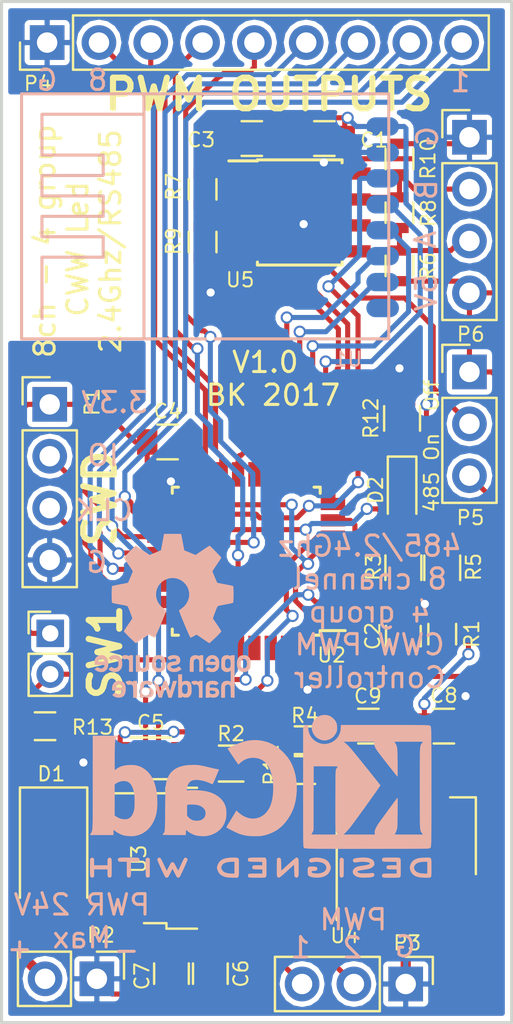
<source format=kicad_pcb>
(kicad_pcb (version 4) (host pcbnew 4.0.2+dfsg1-stable)
  (title_block (date 2017-06-26))
  (layers (0 F.Cu signal) (31 B.Cu signal) (34 B.Paste user) (35 F.Paste user) (36 B.SilkS user) (37 F.SilkS user) (38 B.Mask user) (39 F.Mask user) (44 Edge.Cuts user))
  (net 0 "")
  (net 1 GND)
  (net 2 +3V3)
  (net 3 /NRST)
  (net 4 +12V)
  (net 5 +5V)
  (net 6 /PWM_1)
  (net 7 /PWM_2)
  (net 8 /PWM_6)
  (net 9 /PWM_5)
  (net 10 /PWM_4)
  (net 11 /PWM_3)
  (net 12 /485_A)
  (net 13 /485_B)
  (net 14 /DE_O)
  (net 15 /DE)
  (net 16 /AD0)
  (net 17 /AD1)
  (net 18 "Net-(R7-Pad1)")
  (net 19 /RxD)
  (net 20 /CE)
  (net 21 /CSN)
  (net 22 /SCLK)
  (net 23 /MOSI)
  (net 24 /MISO)
  (net 25 /IRQ)
  (net 26 /TxD)
  (net 27 /SWDIO)
  (net 28 /SWCLK)
  (net 29 /PWM_7)
  (net 30 /PWM_8)
  (net 31 /LED)
  (net 32 /SCL)
  (net 33 /SDA)
  (net 34 /BOOT0)
  (net 35 "Net-(U1-Pad8)")
  (net 36 "Net-(D2-Pad1)")
  (net 37 /SW1)
  (module Housings_QFP:LQFP-32_7x7mm_Pitch0.8mm (layer F.Cu) (at 111.995 105.4055 180)
    (fp_text reference U2 (at -4.1846 -4.6019 180) (layer F.SilkS) (effects (font (size 0.7 0.7) (thickness 0.1))))
    (fp_text value STM32F030K6)
    (pad 1 smd rect (at -4.25 -2.8 180) (size 1.2 0.6) (layers F.Cu F.Paste F.Mask) (net 2 +3V3))
    (pad 2 smd rect (at -4.25 -2 180) (size 1.2 0.6) (layers F.Cu F.Paste F.Mask) (net 37 /SW1))
    (pad 3 smd rect (at -4.25 -1.2 180) (size 1.2 0.6) (layers F.Cu F.Paste F.Mask) (net 15 /DE))
    (pad 4 smd rect (at -4.25 -0.4 180) (size 1.2 0.6) (layers F.Cu F.Paste F.Mask) (net 3 /NRST))
    (pad 5 smd rect (at -4.25 0.4 180) (size 1.2 0.6) (layers F.Cu F.Paste F.Mask) (net 2 +3V3))
    (pad 6 smd rect (at -4.25 1.2 180) (size 1.2 0.6) (layers F.Cu F.Paste F.Mask) (net 16 /AD0))
    (pad 7 smd rect (at -4.25 2 180) (size 1.2 0.6) (layers F.Cu F.Paste F.Mask) (net 17 /AD1))
    (pad 8 smd rect (at -4.25 2.8 180) (size 1.2 0.6) (layers F.Cu F.Paste F.Mask) (net 26 /TxD))
    (pad 9 smd rect (at -2.8 4.25 270) (size 1.2 0.6) (layers F.Cu F.Paste F.Mask) (net 19 /RxD))
    (pad 10 smd rect (at -2 4.25 270) (size 1.2 0.6) (layers F.Cu F.Paste F.Mask) (net 21 /CSN))
    (pad 11 smd rect (at -1.2 4.25 270) (size 1.2 0.6) (layers F.Cu F.Paste F.Mask) (net 22 /SCLK))
    (pad 12 smd rect (at -0.4 4.25 270) (size 1.2 0.6) (layers F.Cu F.Paste F.Mask) (net 24 /MISO))
    (pad 13 smd rect (at 0.4 4.25 270) (size 1.2 0.6) (layers F.Cu F.Paste F.Mask) (net 23 /MOSI))
    (pad 14 smd rect (at 1.2 4.25 270) (size 1.2 0.6) (layers F.Cu F.Paste F.Mask) (net 29 /PWM_7))
    (pad 15 smd rect (at 2 4.25 270) (size 1.2 0.6) (layers F.Cu F.Paste F.Mask) (net 30 /PWM_8))
    (pad 16 smd rect (at 2.8 4.25 270) (size 1.2 0.6) (layers F.Cu F.Paste F.Mask) (net 1 GND))
    (pad 17 smd rect (at 4.25 2.8 180) (size 1.2 0.6) (layers F.Cu F.Paste F.Mask) (net 2 +3V3))
    (pad 18 smd rect (at 4.25 2 180) (size 1.2 0.6) (layers F.Cu F.Paste F.Mask) (net 6 /PWM_1))
    (pad 19 smd rect (at 4.25 1.2 180) (size 1.2 0.6) (layers F.Cu F.Paste F.Mask) (net 7 /PWM_2))
    (pad 20 smd rect (at 4.25 0.4 180) (size 1.2 0.6) (layers F.Cu F.Paste F.Mask) (net 11 /PWM_3))
    (pad 21 smd rect (at 4.25 -0.4 180) (size 1.2 0.6) (layers F.Cu F.Paste F.Mask) (net 10 /PWM_4))
    (pad 22 smd rect (at 4.25 -1.2 180) (size 1.2 0.6) (layers F.Cu F.Paste F.Mask) (net 25 /IRQ))
    (pad 23 smd rect (at 4.25 -2 180) (size 1.2 0.6) (layers F.Cu F.Paste F.Mask) (net 27 /SWDIO))
    (pad 24 smd rect (at 4.25 -2.8 180) (size 1.2 0.6) (layers F.Cu F.Paste F.Mask) (net 28 /SWCLK))
    (pad 25 smd rect (at 2.8 -4.25 270) (size 1.2 0.6) (layers F.Cu F.Paste F.Mask) (net 20 /CE))
    (pad 26 smd rect (at 2 -4.25 270) (size 1.2 0.6) (layers F.Cu F.Paste F.Mask) (net 31 /LED))
    (pad 27 smd rect (at 1.2 -4.25 270) (size 1.2 0.6) (layers F.Cu F.Paste F.Mask) (net 9 /PWM_5))
    (pad 28 smd rect (at 0.4 -4.25 270) (size 1.2 0.6) (layers F.Cu F.Paste F.Mask) (net 8 /PWM_6))
    (pad 29 smd rect (at -0.4 -4.25 270) (size 1.2 0.6) (layers F.Cu F.Paste F.Mask) (net 32 /SCL))
    (pad 30 smd rect (at -1.2 -4.25 270) (size 1.2 0.6) (layers F.Cu F.Paste F.Mask) (net 33 /SDA))
    (pad 31 smd rect (at -2 -4.25 270) (size 1.2 0.6) (layers F.Cu F.Paste F.Mask) (net 34 /BOOT0))
    (pad 32 smd rect (at -2.8 -4.25 270) (size 1.2 0.6) (layers F.Cu F.Paste F.Mask) (net 1 GND))
  )
  (module Capacitors_SMD:C_0805 (layer F.Cu) (at 115.824 84.709)
    (fp_text reference C1 (at 2.4384 0.0762) (layer F.SilkS) (effects (font (size 0.7 0.7) (thickness 0.1))))
    (fp_text value 100n)
    (pad 1 smd rect (at -1 0) (size 1 1.25) (layers F.Cu F.Paste F.Mask) (net 1 GND))
    (pad 2 smd rect (at 1 0) (size 1 1.25) (layers F.Cu F.Paste F.Mask) (net 2 +3V3))
  )
  (module Capacitors_SMD:C_0805 (layer F.Cu) (at 119.6975 109.077 90)
    (fp_text reference C2 (at 0 -1.5 90) (layer F.SilkS) (effects (font (size 0.7 0.7) (thickness 0.1))))
    (fp_text value 100n)
    (pad 1 smd rect (at -1 0 90) (size 1 1.25) (layers F.Cu F.Paste F.Mask) (net 3 /NRST))
    (pad 2 smd rect (at 1 0 90) (size 1 1.25) (layers F.Cu F.Paste F.Mask) (net 1 GND))
  )
  (module Capacitors_SMD:C_1206 (layer F.Cu) (at 107.315 115.062)
    (fp_text reference C5 (at 0 -1.75) (layer F.SilkS) (effects (font (size 0.7 0.7) (thickness 0.1))))
    (fp_text value 10u)
    (pad 1 smd rect (at -1.5 0) (size 1 1.6) (layers F.Cu F.Paste F.Mask) (net 4 +12V))
    (pad 2 smd rect (at 1.5 0) (size 1 1.6) (layers F.Cu F.Paste F.Mask) (net 1 GND))
  )
  (module Capacitors_SMD:C_0805 (layer F.Cu) (at 110.236 125.603 270)
    (fp_text reference C6 (at 0 -1.5 270) (layer F.SilkS) (effects (font (size 0.7 0.7) (thickness 0.1))))
    (fp_text value 10u)
    (pad 1 smd rect (at -1 0 270) (size 1 1.25) (layers F.Cu F.Paste F.Mask) (net 5 +5V))
    (pad 2 smd rect (at 1 0 270) (size 1 1.25) (layers F.Cu F.Paste F.Mask) (net 1 GND))
  )
  (module Capacitors_SMD:C_0805 (layer F.Cu) (at 108.331 125.603 270)
    (fp_text reference C7 (at 0.127 1.4478 270) (layer F.SilkS) (effects (font (size 0.7 0.7) (thickness 0.1))))
    (fp_text value 100n)
    (pad 1 smd rect (at -1 0 270) (size 1 1.25) (layers F.Cu F.Paste F.Mask) (net 5 +5V))
    (pad 2 smd rect (at 1 0 270) (size 1 1.25) (layers F.Cu F.Paste F.Mask) (net 1 GND))
  )
  (module Capacitors_SMD:C_0805 (layer F.Cu) (at 121.682 113.4825)
    (fp_text reference C8 (at 0 -1.5) (layer F.SilkS) (effects (font (size 0.7 0.7) (thickness 0.1))))
    (fp_text value 10u)
    (pad 1 smd rect (at -1 0) (size 1 1.25) (layers F.Cu F.Paste F.Mask) (net 2 +3V3))
    (pad 2 smd rect (at 1 0) (size 1 1.25) (layers F.Cu F.Paste F.Mask) (net 1 GND))
  )
  (module Capacitors_SMD:C_0805 (layer F.Cu) (at 117.983 113.4825 180)
    (fp_text reference C9 (at 0.0254 1.4685 180) (layer F.SilkS) (effects (font (size 0.7 0.7) (thickness 0.1))))
    (fp_text value 100n)
    (pad 1 smd rect (at -1 0 180) (size 1 1.25) (layers F.Cu F.Paste F.Mask) (net 2 +3V3))
    (pad 2 smd rect (at 1 0 180) (size 1 1.25) (layers F.Cu F.Paste F.Mask) (net 1 GND))
  )
  (module Pin_Headers:Pin_Header_Straight_1x04_Pitch2.54mm (layer F.Cu) (at 102.362 97.7265)
    (fp_text reference P1 (at 2.0828 -0.1143 90) (layer F.SilkS) (effects (font (size 0.7 0.7) (thickness 0.1))))
    (fp_text value SWD)
    (pad 1 thru_hole rect (at 0 0) (size 1.7 1.7) (drill 1) (layers *.Cu *.Mask) (net 2 +3V3))
    (pad 2 thru_hole oval (at 0 2.54) (size 1.7 1.7) (drill 1) (layers *.Cu *.Mask) (net 27 /SWDIO))
    (pad 3 thru_hole oval (at 0 5.08) (size 1.7 1.7) (drill 1) (layers *.Cu *.Mask) (net 28 /SWCLK))
    (pad 4 thru_hole oval (at 0 7.62) (size 1.7 1.7) (drill 1) (layers *.Cu *.Mask) (net 1 GND))
  )
  (module Pin_Headers:Pin_Header_Straight_1x02_Pitch2.54mm (layer F.Cu) (at 104.6736 125.8572 270)
    (fp_text reference P2 (at -2.1338 -0.203 360) (layer F.SilkS) (effects (font (size 0.7 0.7) (thickness 0.1))))
    (fp_text value PWR)
    (pad 1 thru_hole rect (at 0 0 270) (size 1.7 1.7) (drill 1) (layers *.Cu *.Mask) (net 1 GND))
    (pad 2 thru_hole oval (at 0 2.54 270) (size 1.7 1.7) (drill 1) (layers *.Cu *.Mask) (net 4 +12V))
  )
  (module Pin_Headers:Pin_Header_Straight_1x03_Pitch2.54mm (layer F.Cu) (at 119.812 126.1112 270)
    (fp_text reference P3 (at -2.0068 -0.076 360) (layer F.SilkS) (effects (font (size 0.7 0.7) (thickness 0.1))))
    (fp_text value PWM_1)
    (pad 1 thru_hole rect (at 0 0 270) (size 1.7 1.7) (drill 1) (layers *.Cu *.Mask) (net 1 GND))
    (pad 2 thru_hole oval (at 0 2.54 270) (size 1.7 1.7) (drill 1) (layers *.Cu *.Mask) (net 6 /PWM_1))
    (pad 3 thru_hole oval (at 0 5.08 270) (size 1.7 1.7) (drill 1) (layers *.Cu *.Mask) (net 7 /PWM_2))
  )
  (module Pin_Headers:Pin_Header_Straight_1x03_Pitch2.54mm (layer F.Cu) (at 122.936 96.139)
    (fp_text reference P5 (at 0.0508 7.1374) (layer F.SilkS) (effects (font (size 0.7 0.7) (thickness 0.1))))
    (fp_text value 485_EN)
    (pad 1 thru_hole rect (at 0 0) (size 1.7 1.7) (drill 1) (layers *.Cu *.Mask) (net 5 +5V))
    (pad 2 thru_hole oval (at 0 2.54) (size 1.7 1.7) (drill 1) (layers *.Cu *.Mask) (net 14 /DE_O))
    (pad 3 thru_hole oval (at 0 5.08) (size 1.7 1.7) (drill 1) (layers *.Cu *.Mask) (net 15 /DE))
  )
  (module Resistors_SMD:R_0603 (layer F.Cu) (at 121.6025 108.978 270)
    (fp_text reference R1 (at 0 -1.45 270) (layer F.SilkS) (effects (font (size 0.7 0.7) (thickness 0.1))))
    (fp_text value 10K)
    (pad 1 smd rect (at -0.75 0 270) (size 0.5 0.9) (layers F.Cu F.Paste F.Mask) (net 2 +3V3))
    (pad 2 smd rect (at 0.75 0 270) (size 0.5 0.9) (layers F.Cu F.Paste F.Mask) (net 3 /NRST))
  )
  (module Resistors_SMD:R_0805 (layer F.Cu) (at 111.2545 115.316)
    (fp_text reference R2 (at 0 -1.4605) (layer F.SilkS) (effects (font (size 0.7 0.7) (thickness 0.1))))
    (fp_text value 62K)
    (pad 1 smd rect (at -0.95 0) (size 0.7 1.3) (layers F.Cu F.Paste F.Mask) (net 4 +12V))
    (pad 2 smd rect (at 0.95 0) (size 0.7 1.3) (layers F.Cu F.Paste F.Mask) (net 16 /AD0))
  )
  (module Resistors_SMD:R_0805 (layer F.Cu) (at 121.6025 105.73 90)
    (fp_text reference R3 (at 0.0406 -3.3655 90) (layer F.SilkS) (effects (font (size 0.7 0.7) (thickness 0.1))))
    (fp_text value 6.2K)
    (pad 1 smd rect (at -0.95 0 90) (size 0.7 1.3) (layers F.Cu F.Paste F.Mask) (net 2 +3V3))
    (pad 2 smd rect (at 0.95 0 90) (size 0.7 1.3) (layers F.Cu F.Paste F.Mask) (net 17 /AD1))
  )
  (module Resistors_SMD:R_0805 (layer F.Cu) (at 119.6975 105.725 270)
    (fp_text reference R5 (at -0.0356 -3.4417 270) (layer F.SilkS) (effects (font (size 0.7 0.7) (thickness 0.1))))
    (fp_text value "10K NTC")
    (pad 1 smd rect (at -0.95 0 270) (size 0.7 1.3) (layers F.Cu F.Paste F.Mask) (net 17 /AD1))
    (pad 2 smd rect (at 0.95 0 270) (size 0.7 1.3) (layers F.Cu F.Paste F.Mask) (net 1 GND))
  )
  (module Resistors_SMD:R_0603 (layer F.Cu) (at 119.507 90.944 90)
    (fp_text reference R6 (at -0.0134 1.397 90) (layer F.SilkS) (effects (font (size 0.7 0.7) (thickness 0.1))))
    (fp_text value 510)
    (pad 1 smd rect (at -0.75 0 90) (size 0.5 0.9) (layers F.Cu F.Paste F.Mask) (net 5 +5V))
    (pad 2 smd rect (at 0.75 0 90) (size 0.5 0.9) (layers F.Cu F.Paste F.Mask) (net 12 /485_A))
  )
  (module Resistors_SMD:R_0603 (layer F.Cu) (at 109.855 87.1975 270)
    (fp_text reference R7 (at -0.1263 1.4224 270) (layer F.SilkS) (effects (font (size 0.7 0.7) (thickness 0.1))))
    (fp_text value 10K)
    (pad 1 smd rect (at -0.75 0 270) (size 0.5 0.9) (layers F.Cu F.Paste F.Mask) (net 18 "Net-(R7-Pad1)"))
    (pad 2 smd rect (at 0.75 0 270) (size 0.5 0.9) (layers F.Cu F.Paste F.Mask) (net 19 /RxD))
  )
  (module Resistors_SMD:R_0603 (layer F.Cu) (at 119.507 88.3405 90)
    (fp_text reference R8 (at -0.0261 1.4224 270) (layer F.SilkS) (effects (font (size 0.7 0.7) (thickness 0.1))))
    (fp_text value 120)
    (pad 1 smd rect (at -0.75 0 90) (size 0.5 0.9) (layers F.Cu F.Paste F.Mask) (net 12 /485_A))
    (pad 2 smd rect (at 0.75 0 90) (size 0.5 0.9) (layers F.Cu F.Paste F.Mask) (net 13 /485_B))
  )
  (module Resistors_SMD:R_0603 (layer F.Cu) (at 109.855 89.777 270)
    (fp_text reference R9 (at -0.0388 1.4224 270) (layer F.SilkS) (effects (font (size 0.7 0.7) (thickness 0.1))))
    (fp_text value 20k)
    (pad 1 smd rect (at -0.75 0 270) (size 0.5 0.9) (layers F.Cu F.Paste F.Mask) (net 19 /RxD))
    (pad 2 smd rect (at 0.75 0 270) (size 0.5 0.9) (layers F.Cu F.Paste F.Mask) (net 1 GND))
  )
  (module Resistors_SMD:R_0603 (layer F.Cu) (at 119.507 85.713 90)
    (fp_text reference R10 (at 0.0134 1.397 90) (layer F.SilkS) (effects (font (size 0.7 0.7) (thickness 0.1))))
    (fp_text value 510)
    (pad 1 smd rect (at -0.75 0 90) (size 0.5 0.9) (layers F.Cu F.Paste F.Mask) (net 13 /485_B))
    (pad 2 smd rect (at 0.75 0 90) (size 0.5 0.9) (layers F.Cu F.Paste F.Mask) (net 1 GND))
  )
  (module BK_Common:NRF24L01_12x18mm (layer B.Cu) (at 109.982 88.519 270)
    (fp_text reference U1 (at 7 -7 540) (layer B.SilkS) (effects (font (size 0.7 0.7) (thickness 0.1)) (justify mirror)))
    (fp_text value nRF24L01_12x18mm)
    (pad 1 smd oval (at -4.4 -8.7 270) (size 0.9 1.6) (layers B.Cu B.Paste B.Mask) (net 2 +3V3))
    (pad 2 smd oval (at -3.13 -8.7 270) (size 0.9 1.6) (layers B.Cu B.Paste B.Mask) (net 1 GND))
    (pad 3 smd oval (at -1.86 -8.7 270) (size 0.9 1.6) (layers B.Cu B.Paste B.Mask) (net 20 /CE))
    (pad 4 smd oval (at -0.59 -8.7 270) (size 0.9 1.6) (layers B.Cu B.Paste B.Mask) (net 21 /CSN))
    (pad 5 smd oval (at 0.68 -8.7 270) (size 0.9 1.6) (layers B.Cu B.Paste B.Mask) (net 22 /SCLK))
    (pad 6 smd oval (at 1.95 -8.7 270) (size 0.9 1.6) (layers B.Cu B.Paste B.Mask) (net 23 /MOSI))
    (pad 7 smd oval (at 3.22 -8.7 270) (size 0.9 1.6) (layers B.Cu B.Paste B.Mask) (net 24 /MISO))
    (pad 8 smd oval (at 4.49 -8.7 270) (size 0.9 1.6) (layers B.Cu B.Paste B.Mask) (net 35 "Net-(U1-Pad8)"))
  )
  (module TO_SOT_Packages_SMD:TO-252-2 (layer F.Cu) (at 110.5535 119.9515)
    (fp_text reference U3 (at -3.8227 0.0381 90) (layer F.SilkS) (effects (font (size 0.7 0.7) (thickness 0.1))))
    (fp_text value MC78M05CDT)
    (pad 1 smd rect (at -4.2 -2.28) (size 2.2 1.2) (layers F.Cu F.Paste F.Mask) (net 4 +12V))
    (pad 3 smd rect (at -4.2 2.28) (size 2.2 1.2) (layers F.Cu F.Paste F.Mask) (net 5 +5V))
    (pad 2 smd rect (at 2.1 0) (size 6.4 5.8) (layers F.Cu F.Mask) (net 1 GND))
    (pad 2 smd rect (at 3.775 1.525) (size 3.05 2.75) (layers F.Cu F.Paste) (net 1 GND))
    (pad 2 smd rect (at 0.425 -1.525) (size 3.05 2.75) (layers F.Cu F.Paste) (net 1 GND))
    (pad 2 smd rect (at 3.775 -1.525) (size 3.05 2.75) (layers F.Cu F.Paste) (net 1 GND))
    (pad 2 smd rect (at 0.425 1.525) (size 3.05 2.75) (layers F.Cu F.Paste) (net 1 GND))
  )
  (module TO_SOT_Packages_SMD:SOT-223 (layer F.Cu) (at 119.8405 118.88 90)
    (fp_text reference U4 (at -4.8688 -3.0259 180) (layer F.SilkS) (effects (font (size 0.7 0.7) (thickness 0.1))))
    (fp_text value AMS1117)
    (pad 4 smd rect (at 3.15 0 90) (size 2 3.8) (layers F.Cu F.Paste F.Mask) (net 2 +3V3))
    (pad 2 smd rect (at -3.15 0 90) (size 2 1.5) (layers F.Cu F.Paste F.Mask) (net 2 +3V3))
    (pad 3 smd rect (at -3.15 2.3 90) (size 2 1.5) (layers F.Cu F.Paste F.Mask) (net 5 +5V))
    (pad 1 smd rect (at -3.15 -2.3 90) (size 2 1.5) (layers F.Cu F.Paste F.Mask) (net 1 GND))
  )
  (module Housings_SOIC:SOIC-8_3.9x4.9mm_Pitch1.27mm (layer F.Cu) (at 114.6175 88.3285)
    (fp_text reference U5 (at -2.921 3.302) (layer F.SilkS) (effects (font (size 0.7 0.7) (thickness 0.1))))
    (fp_text value MAX487)
    (pad 1 smd rect (at -2.7 -1.905) (size 1.55 0.6) (layers F.Cu F.Paste F.Mask) (net 18 "Net-(R7-Pad1)"))
    (pad 2 smd rect (at -2.7 -0.635) (size 1.55 0.6) (layers F.Cu F.Paste F.Mask) (net 14 /DE_O))
    (pad 3 smd rect (at -2.7 0.635) (size 1.55 0.6) (layers F.Cu F.Paste F.Mask) (net 14 /DE_O))
    (pad 4 smd rect (at -2.7 1.905) (size 1.55 0.6) (layers F.Cu F.Paste F.Mask) (net 26 /TxD))
    (pad 5 smd rect (at 2.7 1.905) (size 1.55 0.6) (layers F.Cu F.Paste F.Mask) (net 1 GND))
    (pad 6 smd rect (at 2.7 0.635) (size 1.55 0.6) (layers F.Cu F.Paste F.Mask) (net 12 /485_A))
    (pad 7 smd rect (at 2.7 -0.635) (size 1.55 0.6) (layers F.Cu F.Paste F.Mask) (net 13 /485_B))
    (pad 8 smd rect (at 2.7 -1.905) (size 1.55 0.6) (layers F.Cu F.Paste F.Mask) (net 5 +5V))
  )
  (module Diodes_SMD:D_SMA (layer F.Cu) (at 102.5525 119.888 270)
    (fp_text reference D1 (at -4.064 0.1143 360) (layer F.SilkS) (effects (font (size 0.7 0.7) (thickness 0.1))))
    (fp_text value SS14)
    (pad 1 smd rect (at -2 0 270) (size 2.5 1.8) (layers F.Cu F.Paste F.Mask) (net 4 +12V))
    (pad 2 smd rect (at 2 0 270) (size 2.5 1.8) (layers F.Cu F.Paste F.Mask) (net 5 +5V))
  )
  (module Pin_Headers:Pin_Header_Straight_1x09_Pitch2.54mm (layer F.Cu) (at 102.235 80.01 90)
    (fp_text reference P4 (at -2.0066 -0.4572 180) (layer F.SilkS) (effects (font (size 0.7 0.7) (thickness 0.1))))
    (fp_text value PWM)
    (pad 1 thru_hole rect (at 0 0 90) (size 1.7 1.7) (drill 1) (layers *.Cu *.Mask) (net 1 GND))
    (pad 2 thru_hole oval (at 0 2.54 90) (size 1.7 1.7) (drill 1) (layers *.Cu *.Mask) (net 30 /PWM_8))
    (pad 3 thru_hole oval (at 0 5.08 90) (size 1.7 1.7) (drill 1) (layers *.Cu *.Mask) (net 29 /PWM_7))
    (pad 4 thru_hole oval (at 0 7.62 90) (size 1.7 1.7) (drill 1) (layers *.Cu *.Mask) (net 8 /PWM_6))
    (pad 5 thru_hole oval (at 0 10.16 90) (size 1.7 1.7) (drill 1) (layers *.Cu *.Mask) (net 9 /PWM_5))
    (pad 6 thru_hole oval (at 0 12.7 90) (size 1.7 1.7) (drill 1) (layers *.Cu *.Mask) (net 10 /PWM_4))
    (pad 7 thru_hole oval (at 0 15.24 90) (size 1.7 1.7) (drill 1) (layers *.Cu *.Mask) (net 11 /PWM_3))
    (pad 8 thru_hole oval (at 0 17.78 90) (size 1.7 1.7) (drill 1) (layers *.Cu *.Mask) (net 7 /PWM_2))
    (pad 9 thru_hole oval (at 0 20.32 90) (size 1.7 1.7) (drill 1) (layers *.Cu *.Mask) (net 6 /PWM_1))
  )
  (module Pin_Headers:Pin_Header_Straight_1x04_Pitch2.54mm (layer F.Cu) (at 122.936 84.6455)
    (fp_text reference P6 (at 0.0635 9.652) (layer F.SilkS) (effects (font (size 0.7 0.7) (thickness 0.1))))
    (fp_text value 485)
    (pad 1 thru_hole rect (at 0 0) (size 1.7 1.7) (drill 1) (layers *.Cu *.Mask) (net 1 GND))
    (pad 2 thru_hole oval (at 0 2.54) (size 1.7 1.7) (drill 1) (layers *.Cu *.Mask) (net 13 /485_B))
    (pad 3 thru_hole oval (at 0 5.08) (size 1.7 1.7) (drill 1) (layers *.Cu *.Mask) (net 12 /485_A))
    (pad 4 thru_hole oval (at 0 7.62) (size 1.7 1.7) (drill 1) (layers *.Cu *.Mask) (net 5 +5V))
  )
  (module Resistors_SMD:R_0805 (layer F.Cu) (at 119.634 98.4148 90)
    (fp_text reference R12 (at 0.0102 -1.524 90) (layer F.SilkS) (effects (font (size 0.7 0.7) (thickness 0.1))))
    (fp_text value 1K)
    (pad 1 smd rect (at -0.95 0 90) (size 0.7 1.3) (layers F.Cu F.Paste F.Mask) (net 36 "Net-(D2-Pad1)"))
    (pad 2 smd rect (at 0.95 0 90) (size 0.7 1.3) (layers F.Cu F.Paste F.Mask) (net 1 GND))
  )
  (module Pin_Headers:Pin_Header_Straight_1x02_Pitch2.00mm (layer F.Cu) (at 102.3874 108.9406)
    (fp_text reference SW1 (at 2.7051 0.9144 90) (layer F.SilkS) (effects (font (size 1.5 1.5) (thickness 0.3))))
    (fp_text value SW)
    (pad 1 thru_hole rect (at 0 0) (size 1.35 1.35) (drill 0.8) (layers *.Cu *.Mask) (net 2 +3V3))
    (pad 2 thru_hole oval (at 0 2) (size 1.35 1.35) (drill 0.8) (layers *.Cu *.Mask) (net 37 /SW1))
  )
  (module LEDs:LED_0805 (layer F.Cu) (at 119.634 102.0826 270)
    (fp_text reference D2 (at -0.1524 1.2954 270) (layer F.SilkS) (effects (font (size 0.7 0.7) (thickness 0.1))))
    (fp_text value ACT)
    (pad 2 smd rect (at 1.1 0 90) (size 1.2 1.2) (layers F.Cu F.Paste F.Mask) (net 31 /LED))
    (pad 1 smd rect (at -1.1 0 90) (size 1.2 1.2) (layers F.Cu F.Paste F.Mask) (net 36 "Net-(D2-Pad1)"))
  )
  (module Capacitors_SMD:C_0805 (layer F.Cu) (at 108.1405 99.568)
    (fp_text reference C4 (at 0 -1.5) (layer F.SilkS) (effects (font (size 0.7 0.7) (thickness 0.1))))
    (fp_text value 100n)
    (pad 1 smd rect (at -1 0) (size 1 1.25) (layers F.Cu F.Paste F.Mask) (net 2 +3V3))
    (pad 2 smd rect (at 1 0) (size 1 1.25) (layers F.Cu F.Paste F.Mask) (net 1 GND))
  )
  (module Resistors_SMD:R_0603 (layer F.Cu) (at 114.8715 115.6335)
    (fp_text reference R4 (at 0 -2.667) (layer F.SilkS) (effects (font (size 0.7 0.7) (thickness 0.1))))
    (fp_text value 10K)
    (pad 1 smd rect (at -0.75 0) (size 0.5 0.9) (layers F.Cu F.Paste F.Mask) (net 16 /AD0))
    (pad 2 smd rect (at 0.75 0) (size 0.5 0.9) (layers F.Cu F.Paste F.Mask) (net 1 GND))
  )
  (module Resistors_SMD:R_0603 (layer F.Cu) (at 114.8715 114.173 180)
    (fp_text reference R11 (at 1.651 -1.2065 270) (layer F.SilkS) (effects (font (size 0.7 0.7) (thickness 0.1))))
    (fp_text value 10K)
    (pad 1 smd rect (at -0.75 0 180) (size 0.5 0.9) (layers F.Cu F.Paste F.Mask) (net 2 +3V3))
    (pad 2 smd rect (at 0.75 0 180) (size 0.5 0.9) (layers F.Cu F.Paste F.Mask) (net 34 /BOOT0))
  )
  (module Resistors_SMD:R_0603 (layer F.Cu) (at 102.1334 113.4872)
    (fp_text reference R13 (at 2.3241 0.0508) (layer F.SilkS) (effects (font (size 0.7 0.7) (thickness 0.1))))
    (fp_text value 10K)
    (pad 1 smd rect (at -0.75 0) (size 0.5 0.9) (layers F.Cu F.Paste F.Mask) (net 37 /SW1))
    (pad 2 smd rect (at 0.75 0) (size 0.5 0.9) (layers F.Cu F.Paste F.Mask) (net 1 GND))
  )
  (module Symbols:KiCad-Logo2_8mm_SilkScreen (layer B.Cu) (at 112.7125 116.9035 180)
    (fp_text reference REF*** hide)
    (fp_text value KiCad-Logo2_8mm_SilkScreen hide)
  )
  (module Symbols:OSHW-Logo_7.5x8mm_SilkScreen (layer B.Cu) (at 108.3945 108.077 180)
    (fp_text reference REF*** hide)
    (fp_text value OSHW-Logo_7.5x8mm_SilkScreen hide)
  )
  (module Capacitors_SMD:C_0805 (layer F.Cu) (at 112.268 84.709)
    (fp_text reference C3 (at -2.4765 0.0635) (layer F.SilkS) (effects (font (size 0.7 0.7) (thickness 0.1))))
    (fp_text value 10u)
    (pad 1 smd rect (at -1 0) (size 1 1.25) (layers F.Cu F.Paste F.Mask) (net 1 GND))
    (pad 2 smd rect (at 1 0) (size 1 1.25) (layers F.Cu F.Paste F.Mask) (net 2 +3V3))
  )
  (gr_text 1 (at 122.4915 81.915) (layer B.SilkS) (effects (font (size 1 1)) (justify mirror)))
  (gr_text 8 (at 104.7115 81.8515) (layer B.SilkS) (effects (font (size 1 1)) (justify mirror)))
  (gr_text G (at 102.235 81.8515) (layer B.SilkS) (effects (font (size 1 1)) (justify mirror)))
  (gr_text "485/2.4Ghz\n8 channel\n4 group\nCWW PWM\nController" (at 118.0465 107.8865) (layer B.SilkS) (effects (font (size 1 1)) (justify mirror)))
  (gr_text G (at 119.7864 124.2822) (layer B.SilkS) (effects (font (size 1 1)) (justify mirror)))
  (gr_text 2 (at 117.1956 124.333) (layer B.SilkS) (effects (font (size 1 1)) (justify mirror)))
  (gr_text 1 (at 114.6556 124.333) (layer B.SilkS) (effects (font (size 1 1)) (justify mirror)))
  (gr_text PWM (at 117.2464 122.9614) (layer B.SilkS) (effects (font (size 1 1)) (justify mirror)))
  (gr_text + (at 100.8888 124.3584) (layer B.SilkS) (effects (font (size 1 1)) (justify mirror)))
  (gr_text - (at 106.1212 124.4346) (layer B.SilkS) (effects (font (size 1 1)) (justify mirror)))
  (gr_text "PWR 24V\nMax" (at 103.9368 123.0376) (layer B.SilkS) (effects (font (size 1 1)) (justify mirror)))
  (gr_text G (at 104.6734 105.4608) (layer B.SilkS) (effects (font (size 1 1)) (justify mirror)))
  (gr_text CLK (at 105.029 102.9208) (layer B.SilkS) (effects (font (size 1 1)) (justify mirror)))
  (gr_text IO (at 104.9782 100.2284) (layer B.SilkS) (effects (font (size 1 1)) (justify mirror)))
  (gr_text 3.3V (at 105.537 97.6376) (layer B.SilkS) (effects (font (size 1 1)) (justify mirror)))
  (gr_text 5V (at 120.8278 92.2528 90) (layer B.SilkS) (effects (font (size 1 1)) (justify mirror)))
  (gr_text G (at 120.8786 84.6074 90) (layer B.SilkS) (effects (font (size 1 1)) (justify mirror)))
  (gr_text B (at 120.8278 87.2236 90) (layer B.SilkS) (effects (font (size 1 1)) (justify mirror)))
  (gr_text A (at 120.777 89.662 90) (layer B.SilkS) (effects (font (size 1 1)) (justify mirror)))
  (gr_text "V1.0 \nBK 2017" (at 113.3094 96.4692) (layer F.SilkS) (effects (font (size 1 1))))
  (gr_text "8ch - 4 group\nCWW Led \n2.4Ghz/RS485" (at 103.7336 89.7382 90) (layer F.SilkS) (effects (font (size 1 1))))
  (gr_text SWD (at 104.8258 102.3366 90) (layer F.SilkS) (effects (font (size 1.5 1.5) (thickness 0.3))))
  (gr_text "PWM OUTPUTS" (at 113.1062 82.55) (layer F.SilkS) (effects (font (size 1.5 1.5) (thickness 0.3))))
  (gr_text "485 On  Off" (at 121.0818 99.7712 90) (layer F.SilkS) (effects (font (size 0.7 0.7) (thickness 0.1))))
  (gr_line (start 100 128) (end 100 78) (layer Edge.Cuts) (width 0.15))
  (gr_line (start 125 128) (end 100 128) (layer Edge.Cuts) (width 0.15))
  (gr_line (start 125 78) (end 125 128) (layer Edge.Cuts) (width 0.15))
  (gr_line (start 100 78) (end 125 78) (layer Edge.Cuts) (width 0.15))
  (segment (start 115.5446 84.7471) (end 115.5065 84.709) (width 0.25) (layer F.Cu) (net 1))
  (segment (start 115.5065 84.709) (end 114.824 84.709) (width 0.25) (layer F.Cu) (net 1))
  (segment (start 115.5446 85.6234) (end 115.5446 84.7471) (width 0.25) (layer F.Cu) (net 1))
  (segment (start 111.268 84.709) (end 111.268 84.834) (width 0.25) (layer F.Cu) (net 1))
  (segment (start 111.268 84.834) (end 112.232499 85.798499) (width 0.25) (layer F.Cu) (net 1))
  (segment (start 112.232499 85.798499) (end 115.295435 85.798499) (width 0.25) (layer F.Cu) (net 1))
  (segment (start 115.295435 85.798499) (end 115.374336 85.8774) (width 0.25) (layer F.Cu) (net 1))
  (segment (start 115.374336 85.8774) (end 115.7986 85.8774) (width 0.25) (layer F.Cu) (net 1))
  (segment (start 119.7102 96.8648) (end 119.7102 97.4648) (width 0.25) (layer F.Cu) (net 1))
  (segment (start 116.983 113.4825) (end 116.983 115.922) (width 0.25) (layer F.Cu) (net 1))
  (segment (start 116.983 115.922) (end 114.4785 118.4265) (width 0.25) (layer F.Cu) (net 1))
  (segment (start 114.4785 118.4265) (end 114.3285 118.4265) (width 0.25) (layer F.Cu) (net 1))
  (segment (start 116.983 113.4825) (end 116.983 114.3575) (width 0.25) (layer F.Cu) (net 1))
  (segment (start 116.983 114.3575) (end 115.707 115.6335) (width 0.25) (layer F.Cu) (net 1))
  (segment (start 115.707 115.6335) (end 115.6215 115.6335) (width 0.25) (layer F.Cu) (net 1))
  (segment (start 104.013 113.8168) (end 104.013 115.2652) (width 0.25) (layer F.Cu) (net 1))
  (via (at 104.013 115.2652) (size 0.6) (drill 0.4) (layers F.Cu B.Cu) (net 1))
  (segment (start 103.0834 113.4872) (end 103.6834 113.4872) (width 0.25) (layer F.Cu) (net 1))
  (segment (start 103.6834 113.4872) (end 104.013 113.8168) (width 0.25) (layer F.Cu) (net 1))
  (via (at 119.507 95.9612) (size 0.6) (drill 0.4) (layers F.Cu B.Cu) (net 1))
  (segment (start 119.507 96.6616) (end 119.507 95.9612) (width 0.25) (layer F.Cu) (net 1))
  (segment (start 119.7102 96.8648) (end 119.507 96.6616) (width 0.25) (layer F.Cu) (net 1))
  (via (at 108.3021 101.4984) (size 0.6) (drill 0.4) (layers F.Cu B.Cu) (net 1))
  (segment (start 109.195 101.1555) (end 108.645 101.1555) (width 0.25) (layer F.Cu) (net 1))
  (segment (start 108.645 101.1555) (end 108.3021 101.4984) (width 0.25) (layer F.Cu) (net 1))
  (via (at 115.7986 85.8774) (size 0.6) (drill 0.4) (layers F.Cu B.Cu) (net 1))
  (segment (start 115.5446 85.6234) (end 115.7986 85.8774) (width 0.25) (layer F.Cu) (net 1))
  (segment (start 119.812 126.1112) (end 119.812 124.7612) (width 0.5) (layer F.Cu) (net 1))
  (segment (start 119.812 124.7612) (end 118.9393 123.8885) (width 0.5) (layer F.Cu) (net 1))
  (segment (start 118.9393 123.8885) (end 116.1415 123.8885) (width 0.5) (layer F.Cu) (net 1))
  (segment (start 116.1415 123.8885) (end 114.3285 122.0755) (width 0.5) (layer F.Cu) (net 1))
  (segment (start 114.3285 122.0755) (end 114.3285 121.4765) (width 0.5) (layer F.Cu) (net 1))
  (via (at 114.9985 111.6965) (size 0.6) (drill 0.4) (layers F.Cu B.Cu) (net 1))
  (segment (start 114.795 111.493) (end 114.9985 111.6965) (width 0.25) (layer F.Cu) (net 1))
  (segment (start 114.795 109.6555) (end 114.795 111.493) (width 0.25) (layer F.Cu) (net 1))
  (via (at 122.7455 112.014) (size 0.6) (drill 0.4) (layers F.Cu B.Cu) (net 1))
  (segment (start 122.7455 112.544) (end 122.7455 112.014) (width 0.25) (layer F.Cu) (net 1))
  (segment (start 122.682 113.4825) (end 122.682 112.6075) (width 0.25) (layer F.Cu) (net 1))
  (segment (start 122.682 112.6075) (end 122.7455 112.544) (width 0.25) (layer F.Cu) (net 1))
  (segment (start 115.509 88.9) (end 114.808 88.9) (width 0.25) (layer F.Cu) (net 1))
  (via (at 114.808 88.9) (size 0.6) (drill 0.4) (layers F.Cu B.Cu) (net 1))
  (segment (start 117.3175 90.2335) (end 116.8425 90.2335) (width 0.25) (layer F.Cu) (net 1))
  (segment (start 116.8425 90.2335) (end 115.509 88.9) (width 0.25) (layer F.Cu) (net 1))
  (segment (start 117.5405 122.03) (end 114.882 122.03) (width 0.5) (layer F.Cu) (net 1))
  (segment (start 114.882 122.03) (end 114.3285 121.4765) (width 0.5) (layer F.Cu) (net 1))
  (via (at 110.25 92.25) (size 0.6) (drill 0.4) (layers F.Cu B.Cu) (net 1))
  (segment (start 109.855 91.855) (end 110.25 92.25) (width 0.25) (layer F.Cu) (net 1))
  (segment (start 109.855 90.527) (end 109.855 91.855) (width 0.25) (layer F.Cu) (net 1))
  (segment (start 120.75 107.8995) (end 120.75 107.5) (width 0.25) (layer F.Cu) (net 1))
  (via (at 120.75 107.5) (size 0.6) (drill 0.4) (layers F.Cu B.Cu) (net 1))
  (segment (start 119.6975 108.077) (end 120.5725 108.077) (width 0.25) (layer F.Cu) (net 1))
  (segment (start 120.5725 108.077) (end 120.75 107.8995) (width 0.25) (layer F.Cu) (net 1))
  (segment (start 114.795 109.6555) (end 114.795 109.9555) (width 0.25) (layer F.Cu) (net 1))
  (segment (start 109.195 101.1555) (end 109.195 99.694) (width 0.25) (layer F.Cu) (net 1))
  (segment (start 109.195 99.694) (end 109.069 99.568) (width 0.25) (layer F.Cu) (net 1))
  (segment (start 119.6975 106.675) (end 119.6975 108.077) (width 0.25) (layer F.Cu) (net 1))
  (segment (start 119.507 84.963) (end 122.6185 84.963) (width 0.25) (layer F.Cu) (net 1))
  (segment (start 122.6185 84.963) (end 122.936 84.6455) (width 0.25) (layer F.Cu) (net 1))
  (segment (start 116.983 113.6075) (end 116.983 113.4825) (width 0.25) (layer F.Cu) (net 1))
  (segment (start 108.815 115.062) (end 108.815 116.263) (width 0.5) (layer F.Cu) (net 1))
  (segment (start 108.815 116.263) (end 110.9785 118.4265) (width 0.5) (layer F.Cu) (net 1))
  (segment (start 108.331 126.603) (end 105.4194 126.603) (width 0.25) (layer F.Cu) (net 1))
  (segment (start 105.4194 126.603) (end 104.6736 125.8572) (width 0.25) (layer F.Cu) (net 1))
  (segment (start 110.236 126.603) (end 108.331 126.603) (width 0.25) (layer F.Cu) (net 1))
  (segment (start 120.8278 97.7392) (end 121.031 97.536) (width 0.25) (layer B.Cu) (net 2))
  (segment (start 121.031 97.536) (end 121.031 89.0905) (width 0.25) (layer B.Cu) (net 2))
  (segment (start 121.031 89.0905) (end 119.8245 87.884) (width 0.25) (layer B.Cu) (net 2))
  (segment (start 119.8245 87.884) (end 119.8245 84.2115) (width 0.25) (layer B.Cu) (net 2))
  (segment (start 119.8245 84.2115) (end 119.732 84.119) (width 0.25) (layer B.Cu) (net 2))
  (segment (start 119.732 84.119) (end 118.682 84.119) (width 0.25) (layer B.Cu) (net 2))
  (segment (start 113.268 84.709) (end 113.268 83.834) (width 0.25) (layer F.Cu) (net 2))
  (segment (start 113.268 83.834) (end 113.409 83.693) (width 0.25) (layer F.Cu) (net 2))
  (segment (start 113.409 83.693) (end 116.540736 83.693) (width 0.25) (layer F.Cu) (net 2))
  (segment (start 116.540736 83.693) (end 116.965 83.693) (width 0.25) (layer F.Cu) (net 2))
  (segment (start 118.682 84.119) (end 117.391 84.119) (width 0.25) (layer B.Cu) (net 2))
  (segment (start 117.391 84.119) (end 116.965 83.693) (width 0.25) (layer B.Cu) (net 2))
  (via (at 116.965 83.693) (size 0.6) (drill 0.4) (layers F.Cu B.Cu) (net 2))
  (segment (start 116.824 84.709) (end 116.824 83.834) (width 0.25) (layer F.Cu) (net 2))
  (segment (start 116.824 83.834) (end 116.965 83.693) (width 0.25) (layer F.Cu) (net 2))
  (segment (start 115.6215 114.173) (end 115.6215 113.133998) (width 0.25) (layer F.Cu) (net 2))
  (segment (start 115.6215 113.133998) (end 116.245 112.510498) (width 0.25) (layer F.Cu) (net 2))
  (segment (start 116.245 112.510498) (end 116.245 110.8475) (width 0.25) (layer F.Cu) (net 2))
  (segment (start 117.165 111.7675) (end 116.245 110.8475) (width 0.25) (layer F.Cu) (net 2))
  (segment (start 116.245 110.8475) (end 116.245 109.006) (width 0.25) (layer F.Cu) (net 2))
  (segment (start 118.4985 111.7675) (end 117.165 111.7675) (width 0.25) (layer F.Cu) (net 2))
  (segment (start 107.1405 99.568) (end 107.1405 102.001) (width 0.25) (layer F.Cu) (net 2))
  (segment (start 107.1405 102.001) (end 107.745 102.6055) (width 0.25) (layer F.Cu) (net 2))
  (segment (start 107.1405 99.568) (end 106.553 99.568) (width 0.25) (layer F.Cu) (net 2))
  (segment (start 102.3874 108.9406) (end 101.4624 108.9406) (width 0.25) (layer F.Cu) (net 2))
  (segment (start 101.262 97.7265) (end 102.362 97.7265) (width 0.25) (layer F.Cu) (net 2))
  (segment (start 101.4624 108.9406) (end 100.8634 108.3416) (width 0.25) (layer F.Cu) (net 2))
  (segment (start 100.8634 108.3416) (end 100.8634 98.1251) (width 0.25) (layer F.Cu) (net 2))
  (segment (start 100.8634 98.1251) (end 101.262 97.7265) (width 0.25) (layer F.Cu) (net 2))
  (segment (start 115.269998 108.2055) (end 115.395 108.2055) (width 0.25) (layer F.Cu) (net 2))
  (segment (start 115.395 108.2055) (end 116.245 108.2055) (width 0.25) (layer F.Cu) (net 2))
  (segment (start 114.935 105.4655) (end 114.411599 105.988901) (width 0.25) (layer F.Cu) (net 2))
  (segment (start 114.411599 107.347101) (end 115.269998 108.2055) (width 0.25) (layer F.Cu) (net 2))
  (segment (start 114.411599 105.988901) (end 114.411599 107.347101) (width 0.25) (layer F.Cu) (net 2))
  (segment (start 108.6309 102.6414) (end 114.2238 102.6414) (width 0.25) (layer F.Cu) (net 2))
  (segment (start 107.745 102.6055) (end 108.595 102.6055) (width 0.25) (layer F.Cu) (net 2))
  (segment (start 108.595 102.6055) (end 108.6309 102.6414) (width 0.25) (layer F.Cu) (net 2))
  (segment (start 120.7262 112.395) (end 120.7262 113.4383) (width 0.25) (layer F.Cu) (net 2))
  (segment (start 120.7262 113.4383) (end 120.682 113.4825) (width 0.25) (layer F.Cu) (net 2))
  (segment (start 120.7262 112.1156) (end 120.7262 112.395) (width 0.25) (layer B.Cu) (net 2))
  (via (at 120.7262 112.395) (size 0.6) (drill 0.4) (layers F.Cu B.Cu) (net 2))
  (segment (start 122.585201 110.256599) (end 120.7262 112.1156) (width 0.25) (layer B.Cu) (net 2))
  (segment (start 122.8852 109.9566) (end 122.585201 110.256599) (width 0.25) (layer B.Cu) (net 2))
  (via (at 122.8852 109.9566) (size 0.6) (drill 0.4) (layers F.Cu B.Cu) (net 2))
  (segment (start 122.8852 103.9622) (end 122.8852 109.9566) (width 0.25) (layer F.Cu) (net 2))
  (segment (start 122.577501 103.654501) (end 122.8852 103.9622) (width 0.25) (layer F.Cu) (net 2))
  (segment (start 122.3264 103.378) (end 122.577501 103.629101) (width 0.25) (layer F.Cu) (net 2))
  (segment (start 122.577501 103.629101) (end 122.577501 103.654501) (width 0.25) (layer F.Cu) (net 2))
  (segment (start 121.7168 103.378) (end 122.3264 103.378) (width 0.25) (layer F.Cu) (net 2))
  (segment (start 120.8278 102.489) (end 121.7168 103.378) (width 0.25) (layer F.Cu) (net 2))
  (segment (start 120.8278 97.7392) (end 120.8278 102.489) (width 0.25) (layer F.Cu) (net 2))
  (via (at 120.8278 97.7392) (size 0.6) (drill 0.4) (layers F.Cu B.Cu) (net 2))
  (segment (start 114.726621 105.235915) (end 115.02662 105.535914) (width 0.25) (layer B.Cu) (net 2))
  (segment (start 114.2238 104.733094) (end 114.726621 105.235915) (width 0.25) (layer B.Cu) (net 2))
  (segment (start 114.2238 102.6414) (end 114.2238 104.733094) (width 0.25) (layer B.Cu) (net 2))
  (via (at 115.02662 105.535914) (size 0.6) (drill 0.4) (layers F.Cu B.Cu) (net 2))
  (via (at 114.2238 102.6414) (size 0.6) (drill 0.4) (layers F.Cu B.Cu) (net 2))
  (segment (start 119.8405 122.03) (end 119.8405 120.53) (width 0.5) (layer F.Cu) (net 2))
  (segment (start 119.8405 120.53) (end 119.8405 115.73) (width 0.5) (layer F.Cu) (net 2))
  (segment (start 118.4985 111.7675) (end 118.983 112.252) (width 0.25) (layer F.Cu) (net 2))
  (segment (start 118.983 112.252) (end 118.983 113.4825) (width 0.25) (layer F.Cu) (net 2))
  (segment (start 116.245 108.2055) (end 116.245 109.006) (width 0.25) (layer F.Cu) (net 2))
  (segment (start 121.3135 105.791) (end 117.8805 105.791) (width 0.25) (layer F.Cu) (net 2))
  (segment (start 117.8805 105.791) (end 117.095 105.0055) (width 0.25) (layer F.Cu) (net 2))
  (segment (start 121.6025 106.68) (end 121.6025 106.08) (width 0.25) (layer F.Cu) (net 2))
  (segment (start 121.6025 106.08) (end 121.3135 105.791) (width 0.25) (layer F.Cu) (net 2))
  (segment (start 117.095 105.0055) (end 116.245 105.0055) (width 0.25) (layer F.Cu) (net 2))
  (segment (start 114.935 105.4655) (end 114.935 105.664) (width 0.25) (layer F.Cu) (net 2))
  (segment (start 116.245 105.0055) (end 115.395 105.0055) (width 0.25) (layer F.Cu) (net 2))
  (segment (start 115.395 105.0055) (end 114.935 105.4655) (width 0.25) (layer F.Cu) (net 2))
  (segment (start 106.553 99.568) (end 104.7115 97.7265) (width 0.25) (layer F.Cu) (net 2))
  (segment (start 104.7115 97.7265) (end 102.362 97.7265) (width 0.25) (layer F.Cu) (net 2))
  (segment (start 107.569 102.4295) (end 107.745 102.6055) (width 0.25) (layer F.Cu) (net 2))
  (segment (start 121.6025 106.68) (end 121.6025 108.228) (width 0.25) (layer F.Cu) (net 2))
  (segment (start 119.1395 113.326) (end 118.983 113.4825) (width 0.5) (layer F.Cu) (net 2))
  (segment (start 119.8405 115.3875) (end 119.902 115.3875) (width 0.5) (layer F.Cu) (net 2))
  (segment (start 119.902 115.3875) (end 120.682 114.6075) (width 0.5) (layer F.Cu) (net 2))
  (segment (start 120.682 114.6075) (end 120.682 113.4825) (width 0.5) (layer F.Cu) (net 2))
  (segment (start 119.8405 115.73) (end 119.8405 115.3875) (width 0.5) (layer F.Cu) (net 2))
  (segment (start 118.983 113.4825) (end 120.682 113.4825) (width 0.5) (layer F.Cu) (net 2))
  (segment (start 117.095 105.8055) (end 116.245 105.8055) (width 0.25) (layer F.Cu) (net 3))
  (segment (start 118.11 106.8205) (end 117.095 105.8055) (width 0.25) (layer F.Cu) (net 3))
  (segment (start 118.11 108.6145) (end 118.11 106.8205) (width 0.25) (layer F.Cu) (net 3))
  (segment (start 119.5725 110.077) (end 118.11 108.6145) (width 0.25) (layer F.Cu) (net 3))
  (segment (start 119.6975 110.077) (end 119.5725 110.077) (width 0.25) (layer F.Cu) (net 3))
  (segment (start 121.6025 109.728) (end 120.0465 109.728) (width 0.25) (layer F.Cu) (net 3))
  (segment (start 120.0465 109.728) (end 119.6975 110.077) (width 0.25) (layer F.Cu) (net 3))
  (segment (start 106.05 113.787) (end 108.407598 113.787) (width 0.25) (layer B.Cu) (net 4))
  (segment (start 108.407598 113.787) (end 108.4326 113.761998) (width 0.25) (layer B.Cu) (net 4))
  (segment (start 109.6551 113.7666) (end 108.4326 113.761998) (width 0.25) (layer F.Cu) (net 4))
  (segment (start 108.4326 113.7666) (end 108.4326 113.761998) (width 0.25) (layer F.Cu) (net 4))
  (via (at 108.4326 113.761998) (size 0.6) (drill 0.4) (layers F.Cu B.Cu) (net 4))
  (segment (start 110.3045 114.416) (end 109.6551 113.7666) (width 0.25) (layer F.Cu) (net 4))
  (via (at 106.05 113.787) (size 0.6) (drill 0.4) (layers F.Cu B.Cu) (net 4))
  (segment (start 102.1336 125.8572) (end 100.838 124.5616) (width 0.5) (layer F.Cu) (net 4))
  (segment (start 100.838 124.5616) (end 100.838 118.2025) (width 0.5) (layer F.Cu) (net 4))
  (segment (start 100.838 118.2025) (end 101.1525 117.888) (width 0.5) (layer F.Cu) (net 4))
  (segment (start 101.1525 117.888) (end 102.5525 117.888) (width 0.5) (layer F.Cu) (net 4))
  (segment (start 106.3535 117.1485) (end 105.815 116.61) (width 0.5) (layer F.Cu) (net 4))
  (segment (start 105.815 116.61) (end 105.815 115.062) (width 0.5) (layer F.Cu) (net 4))
  (segment (start 106.3535 117.6715) (end 106.3535 117.1485) (width 0.5) (layer F.Cu) (net 4))
  (segment (start 106.3535 117.6715) (end 102.769 117.6715) (width 0.5) (layer F.Cu) (net 4))
  (segment (start 102.769 117.6715) (end 102.5525 117.888) (width 0.5) (layer F.Cu) (net 4))
  (segment (start 110.3045 115.316) (end 110.3045 114.416) (width 0.25) (layer F.Cu) (net 4))
  (segment (start 105.9715 113.8555) (end 105.815 114.012) (width 0.25) (layer F.Cu) (net 4))
  (segment (start 105.815 114.012) (end 105.815 115.062) (width 0.25) (layer F.Cu) (net 4))
  (segment (start 106.137 117.888) (end 106.3535 117.6715) (width 0.25) (layer F.Cu) (net 4))
  (segment (start 117.3175 86.4235) (end 117.3175 85.8735) (width 0.25) (layer F.Cu) (net 5))
  (segment (start 117.3175 85.8735) (end 117.4914 85.6996) (width 0.25) (layer F.Cu) (net 5))
  (segment (start 117.4914 85.6996) (end 120.9802 85.6996) (width 0.25) (layer F.Cu) (net 5))
  (segment (start 120.9802 85.6996) (end 121.2088 85.9282) (width 0.25) (layer F.Cu) (net 5))
  (segment (start 121.2088 85.9282) (end 123.7234 85.9282) (width 0.25) (layer F.Cu) (net 5))
  (segment (start 123.7234 85.9282) (end 124.206 86.4108) (width 0.25) (layer F.Cu) (net 5))
  (segment (start 124.206 86.4108) (end 124.206 92.197581) (width 0.25) (layer F.Cu) (net 5))
  (segment (start 124.206 92.197581) (end 124.138081 92.2655) (width 0.25) (layer F.Cu) (net 5))
  (segment (start 124.138081 92.2655) (end 122.936 92.2655) (width 0.25) (layer F.Cu) (net 5))
  (segment (start 106.3625 123.952) (end 107.0135 124.603) (width 0.25) (layer F.Cu) (net 5))
  (segment (start 107.0135 124.603) (end 108.331 124.603) (width 0.25) (layer F.Cu) (net 5))
  (segment (start 106.3625 123.0905) (end 106.3625 123.952) (width 0.25) (layer F.Cu) (net 5))
  (segment (start 106.3535 122.2315) (end 106.3535 123.0815) (width 0.25) (layer F.Cu) (net 5))
  (segment (start 106.3535 123.0815) (end 106.3625 123.0905) (width 0.25) (layer F.Cu) (net 5))
  (segment (start 121.412 127.4445) (end 122.1405 126.716) (width 0.25) (layer F.Cu) (net 5))
  (segment (start 122.1405 126.716) (end 122.1405 122.03) (width 0.25) (layer F.Cu) (net 5))
  (segment (start 113.9525 127.4445) (end 121.412 127.4445) (width 0.25) (layer F.Cu) (net 5))
  (segment (start 110.236 124.603) (end 111.111 124.603) (width 0.25) (layer F.Cu) (net 5))
  (segment (start 111.111 124.603) (end 113.9525 127.4445) (width 0.25) (layer F.Cu) (net 5))
  (segment (start 124.2695 118.651) (end 124.2695 96.3725) (width 0.25) (layer F.Cu) (net 5))
  (segment (start 124.2695 96.3725) (end 124.036 96.139) (width 0.25) (layer F.Cu) (net 5))
  (segment (start 124.036 96.139) (end 122.936 96.139) (width 0.25) (layer F.Cu) (net 5))
  (segment (start 122.1405 122.03) (end 122.1405 120.78) (width 0.25) (layer F.Cu) (net 5))
  (segment (start 122.1405 120.78) (end 124.2695 118.651) (width 0.25) (layer F.Cu) (net 5))
  (segment (start 119.507 91.694) (end 122.3645 91.694) (width 0.25) (layer F.Cu) (net 5))
  (segment (start 122.3645 91.694) (end 122.936 92.2655) (width 0.25) (layer F.Cu) (net 5))
  (segment (start 122.936 92.2655) (end 122.936 93.467581) (width 0.25) (layer F.Cu) (net 5))
  (segment (start 122.936 93.467581) (end 122.936 96.139) (width 0.25) (layer F.Cu) (net 5))
  (segment (start 106.3535 122.2315) (end 102.896 122.2315) (width 0.5) (layer F.Cu) (net 5))
  (segment (start 102.896 122.2315) (end 102.5525 121.888) (width 0.5) (layer F.Cu) (net 5))
  (segment (start 106.8535 122.2315) (end 106.3535 122.2315) (width 0.5) (layer F.Cu) (net 5))
  (segment (start 108.331 124.603) (end 108.206 124.603) (width 0.5) (layer F.Cu) (net 5))
  (segment (start 108.206 124.603) (end 108.19 124.587) (width 0.5) (layer F.Cu) (net 5))
  (segment (start 110.236 124.603) (end 108.331 124.603) (width 0.5) (layer F.Cu) (net 5))
  (segment (start 108.975998 94.695998) (end 108.975998 98.1075) (width 0.25) (layer B.Cu) (net 6))
  (segment (start 106.045 101.038498) (end 108.975998 98.1075) (width 0.25) (layer B.Cu) (net 6))
  (segment (start 106.045 102.235) (end 106.045 101.038498) (width 0.25) (layer B.Cu) (net 6))
  (segment (start 107.696 116.092587) (end 107.696 111.252) (width 0.25) (layer F.Cu) (net 6))
  (via (at 107.696 111.252) (size 0.6) (drill 0.4) (layers F.Cu B.Cu) (net 6))
  (segment (start 107.696 110.2995) (end 107.696 111.252) (width 0.25) (layer B.Cu) (net 6))
  (segment (start 109.270498 123.2535) (end 114.4143 123.2535) (width 0.25) (layer F.Cu) (net 6))
  (segment (start 114.4143 123.2535) (end 117.272 126.1112) (width 0.25) (layer F.Cu) (net 6))
  (segment (start 108.2675 116.664087) (end 108.2675 122.250502) (width 0.25) (layer F.Cu) (net 6))
  (segment (start 108.2675 122.250502) (end 109.270498 123.2535) (width 0.25) (layer F.Cu) (net 6))
  (segment (start 107.696 116.092587) (end 108.2675 116.664087) (width 0.25) (layer F.Cu) (net 6))
  (segment (start 107.696 105.4735) (end 107.696 110.2995) (width 0.25) (layer B.Cu) (net 6))
  (segment (start 106.045 103.8225) (end 107.696 105.4735) (width 0.25) (layer B.Cu) (net 6))
  (segment (start 106.045 102.235) (end 106.045 103.8225) (width 0.25) (layer B.Cu) (net 6))
  (segment (start 109.0295 94.642496) (end 108.975998 94.695998) (width 0.25) (layer B.Cu) (net 6))
  (segment (start 109.0295 83.82) (end 109.0295 94.642496) (width 0.25) (layer B.Cu) (net 6))
  (segment (start 119.634 82.931) (end 109.9185 82.931) (width 0.25) (layer B.Cu) (net 6))
  (segment (start 109.9185 82.931) (end 109.0295 83.82) (width 0.25) (layer B.Cu) (net 6))
  (segment (start 122.555 80.01) (end 119.634 82.931) (width 0.25) (layer B.Cu) (net 6))
  (segment (start 106.045 102.235) (end 106.344999 102.534999) (width 0.25) (layer F.Cu) (net 6))
  (segment (start 106.344999 102.534999) (end 106.344999 102.855499) (width 0.25) (layer F.Cu) (net 6))
  (segment (start 106.344999 102.855499) (end 106.895 103.4055) (width 0.25) (layer F.Cu) (net 6))
  (segment (start 106.895 103.4055) (end 107.745 103.4055) (width 0.25) (layer F.Cu) (net 6))
  (via (at 106.045 102.235) (size 0.6) (drill 0.4) (layers F.Cu B.Cu) (net 6))
  (segment (start 114.732 126.1112) (end 112.3823 123.7615) (width 0.25) (layer F.Cu) (net 7))
  (segment (start 107.817489 123.2494) (end 107.817489 116.850487) (width 0.25) (layer F.Cu) (net 7))
  (segment (start 112.3823 123.7615) (end 108.329589 123.7615) (width 0.25) (layer F.Cu) (net 7))
  (segment (start 108.329589 123.7615) (end 107.817489 123.2494) (width 0.25) (layer F.Cu) (net 7))
  (segment (start 107.817489 116.850487) (end 107.061 116.093998) (width 0.25) (layer F.Cu) (net 7))
  (segment (start 107.061 116.093998) (end 107.061 111.7854) (width 0.25) (layer F.Cu) (net 7))
  (via (at 107.061 111.7854) (size 0.6) (drill 0.4) (layers F.Cu B.Cu) (net 7))
  (segment (start 107.061 109.6645) (end 107.061 111.7854) (width 0.25) (layer B.Cu) (net 7))
  (segment (start 107.061 109.6645) (end 107.061 105.47491) (width 0.25) (layer B.Cu) (net 7))
  (segment (start 105.41998 103.83389) (end 105.41998 103.679292) (width 0.25) (layer B.Cu) (net 7))
  (segment (start 120.015 80.01) (end 117.544011 82.480989) (width 0.25) (layer B.Cu) (net 7))
  (segment (start 107.745 104.2055) (end 105.946188 104.2055) (width 0.25) (layer F.Cu) (net 7))
  (segment (start 105.719979 103.979291) (end 105.41998 103.679292) (width 0.25) (layer F.Cu) (net 7))
  (via (at 105.41998 103.679292) (size 0.6) (drill 0.4) (layers F.Cu B.Cu) (net 7))
  (segment (start 105.946188 104.2055) (end 105.719979 103.979291) (width 0.25) (layer F.Cu) (net 7))
  (segment (start 105.41998 103.255028) (end 105.41998 103.679292) (width 0.25) (layer B.Cu) (net 7))
  (segment (start 105.41998 101.01711) (end 105.41998 103.255028) (width 0.25) (layer B.Cu) (net 7))
  (segment (start 108.5215 97.91559) (end 105.41998 101.01711) (width 0.25) (layer B.Cu) (net 7))
  (segment (start 108.5215 83.564589) (end 108.5215 97.91559) (width 0.25) (layer B.Cu) (net 7))
  (segment (start 107.061 105.47491) (end 105.41998 103.83389) (width 0.25) (layer B.Cu) (net 7))
  (segment (start 109.6051 82.480989) (end 108.5215 83.564589) (width 0.25) (layer B.Cu) (net 7))
  (segment (start 117.544011 82.480989) (end 109.6051 82.480989) (width 0.25) (layer B.Cu) (net 7))
  (segment (start 111.8235 103.9495) (end 111.593063 104.179937) (width 0.25) (layer B.Cu) (net 8))
  (segment (start 111.593063 104.179937) (end 111.593063 105.11064) (width 0.25) (layer B.Cu) (net 8))
  (segment (start 111.8235 101.346) (end 111.8235 103.9495) (width 0.25) (layer B.Cu) (net 8))
  (segment (start 110.236 99.7585) (end 111.8235 101.346) (width 0.25) (layer B.Cu) (net 8))
  (segment (start 110.236 98.806) (end 110.236 99.7585) (width 0.25) (layer B.Cu) (net 8))
  (segment (start 109.601 98.171) (end 110.236 98.806) (width 0.25) (layer B.Cu) (net 8))
  (segment (start 109.601 95.420264) (end 109.601 98.171) (width 0.25) (layer B.Cu) (net 8))
  (segment (start 111.595 105.112577) (end 111.593063 105.11064) (width 0.25) (layer F.Cu) (net 8))
  (segment (start 111.595 109.6555) (end 111.595 105.112577) (width 0.25) (layer F.Cu) (net 8))
  (segment (start 109.601 94.996) (end 109.601 95.420264) (width 0.25) (layer B.Cu) (net 8))
  (segment (start 109.601 95.420264) (end 109.595491 95.425773) (width 0.25) (layer B.Cu) (net 8))
  (via (at 111.593063 105.11064) (size 0.6) (drill 0.4) (layers F.Cu B.Cu) (net 8))
  (segment (start 109.601 94.996) (end 109.4105 94.996) (width 0.25) (layer F.Cu) (net 8))
  (via (at 109.601 94.996) (size 0.6) (drill 0.4) (layers F.Cu B.Cu) (net 8))
  (segment (start 108.5215 94.107) (end 108.5215 81.3435) (width 0.25) (layer F.Cu) (net 8))
  (segment (start 108.5215 81.3435) (end 109.855 80.01) (width 0.25) (layer F.Cu) (net 8))
  (segment (start 109.4105 94.996) (end 108.5215 94.107) (width 0.25) (layer F.Cu) (net 8))
  (segment (start 112.359813 104.48562) (end 111.03338 104.48562) (width 0.25) (layer F.Cu) (net 9))
  (segment (start 111.03338 104.48562) (end 110.795 104.724) (width 0.25) (layer F.Cu) (net 9))
  (segment (start 110.795 104.724) (end 110.795 109.6555) (width 0.25) (layer F.Cu) (net 9))
  (segment (start 112.359813 104.061356) (end 112.359813 104.48562) (width 0.25) (layer B.Cu) (net 9))
  (segment (start 112.359813 103.139613) (end 112.359813 104.061356) (width 0.25) (layer B.Cu) (net 9))
  (segment (start 112.3188 103.0986) (end 112.359813 103.139613) (width 0.25) (layer B.Cu) (net 9))
  (via (at 112.359813 104.48562) (size 0.6) (drill 0.4) (layers F.Cu B.Cu) (net 9))
  (segment (start 112.3188 103.3526) (end 112.3188 103.0986) (width 0.25) (layer B.Cu) (net 9))
  (segment (start 112.3188 103.0986) (end 112.3188 101.1174) (width 0.25) (layer B.Cu) (net 9))
  (segment (start 112.3188 101.1174) (end 110.744 99.5426) (width 0.25) (layer B.Cu) (net 9))
  (segment (start 110.744 99.5426) (end 110.744 98.552) (width 0.25) (layer B.Cu) (net 9))
  (segment (start 110.236 94.4245) (end 109.936001 94.124501) (width 0.25) (layer F.Cu) (net 9))
  (segment (start 109.0295 83.312) (end 110.6805 81.661) (width 0.25) (layer F.Cu) (net 9))
  (segment (start 109.936001 94.124501) (end 109.809001 94.124501) (width 0.25) (layer F.Cu) (net 9))
  (segment (start 109.809001 94.124501) (end 109.0295 93.345) (width 0.25) (layer F.Cu) (net 9))
  (segment (start 109.0295 93.345) (end 109.0295 83.312) (width 0.25) (layer F.Cu) (net 9))
  (segment (start 110.6805 81.661) (end 110.744 81.661) (width 0.25) (layer F.Cu) (net 9))
  (segment (start 110.744 81.661) (end 110.9345 81.4705) (width 0.25) (layer F.Cu) (net 9))
  (segment (start 112.395 81.2165) (end 112.395 80.01) (width 0.25) (layer F.Cu) (net 9))
  (segment (start 110.9345 81.4705) (end 112.141 81.4705) (width 0.25) (layer F.Cu) (net 9))
  (segment (start 112.141 81.4705) (end 112.395 81.2165) (width 0.25) (layer F.Cu) (net 9))
  (segment (start 110.236 98.044) (end 110.236 94.4245) (width 0.25) (layer B.Cu) (net 9))
  (via (at 110.236 94.4245) (size 0.6) (drill 0.4) (layers F.Cu B.Cu) (net 9))
  (segment (start 110.744 98.552) (end 110.236 98.044) (width 0.25) (layer B.Cu) (net 9))
  (segment (start 107.442 83.2485) (end 107.442 97.72227) (width 0.25) (layer B.Cu) (net 10))
  (segment (start 105.15431 105.478412) (end 105.454309 105.778411) (width 0.25) (layer B.Cu) (net 10))
  (segment (start 104.344967 104.669069) (end 105.15431 105.478412) (width 0.25) (layer B.Cu) (net 10))
  (segment (start 104.344967 100.819303) (end 104.344967 104.669069) (width 0.25) (layer B.Cu) (net 10))
  (segment (start 107.745 105.8055) (end 105.481398 105.8055) (width 0.25) (layer F.Cu) (net 10))
  (segment (start 107.442 97.72227) (end 104.344967 100.819303) (width 0.25) (layer B.Cu) (net 10))
  (segment (start 109.109533 81.580967) (end 107.442 83.2485) (width 0.25) (layer B.Cu) (net 10))
  (segment (start 105.481398 105.8055) (end 105.454309 105.778411) (width 0.25) (layer F.Cu) (net 10))
  (segment (start 113.364033 81.580967) (end 109.109533 81.580967) (width 0.25) (layer B.Cu) (net 10))
  (segment (start 114.935 80.01) (end 113.364033 81.580967) (width 0.25) (layer B.Cu) (net 10))
  (via (at 105.454309 105.778411) (size 0.6) (drill 0.4) (layers F.Cu B.Cu) (net 10))
  (segment (start 117.475 80.01) (end 115.454022 82.030978) (width 0.25) (layer B.Cu) (net 11))
  (segment (start 105.42934 104.727162) (end 105.729339 105.027161) (width 0.25) (layer B.Cu) (net 11))
  (segment (start 104.794978 101.005702) (end 104.794978 104.0928) (width 0.25) (layer B.Cu) (net 11))
  (segment (start 108.0135 97.78718) (end 104.794978 101.005702) (width 0.25) (layer B.Cu) (net 11))
  (segment (start 109.4187 82.030978) (end 108.0135 83.436178) (width 0.25) (layer B.Cu) (net 11))
  (segment (start 107.745 105.0055) (end 105.751 105.0055) (width 0.25) (layer F.Cu) (net 11))
  (segment (start 108.0135 83.436178) (end 108.0135 97.78718) (width 0.25) (layer B.Cu) (net 11))
  (segment (start 115.454022 82.030978) (end 109.4187 82.030978) (width 0.25) (layer B.Cu) (net 11))
  (segment (start 105.751 105.0055) (end 105.729339 105.027161) (width 0.25) (layer F.Cu) (net 11))
  (segment (start 104.794978 104.0928) (end 105.42934 104.727162) (width 0.25) (layer B.Cu) (net 11))
  (via (at 105.729339 105.027161) (size 0.6) (drill 0.4) (layers F.Cu B.Cu) (net 11))
  (segment (start 119.507 89.0905) (end 117.4445 89.0905) (width 0.25) (layer F.Cu) (net 12))
  (segment (start 117.4445 89.0905) (end 117.3175 88.9635) (width 0.25) (layer F.Cu) (net 12))
  (segment (start 119.507 89.0905) (end 119.507 90.194) (width 0.25) (layer F.Cu) (net 12))
  (segment (start 122.4915 89.7255) (end 122.023 90.194) (width 0.25) (layer F.Cu) (net 12))
  (segment (start 122.023 90.194) (end 119.507 90.194) (width 0.25) (layer F.Cu) (net 12))
  (segment (start 122.936 89.7255) (end 122.4915 89.7255) (width 0.25) (layer F.Cu) (net 12))
  (segment (start 120.2295 87.1855) (end 119.507 86.463) (width 0.25) (layer F.Cu) (net 13))
  (segment (start 122.936 87.1855) (end 120.2295 87.1855) (width 0.25) (layer F.Cu) (net 13))
  (segment (start 119.507 87.5905) (end 117.4205 87.5905) (width 0.25) (layer F.Cu) (net 13))
  (segment (start 117.4205 87.5905) (end 117.3175 87.6935) (width 0.25) (layer F.Cu) (net 13))
  (segment (start 119.507 87.5905) (end 119.507 86.463) (width 0.25) (layer F.Cu) (net 13))
  (segment (start 122.086001 97.829001) (end 122.936 98.679) (width 0.25) (layer F.Cu) (net 14))
  (segment (start 121.158 96.901) (end 122.086001 97.829001) (width 0.25) (layer F.Cu) (net 14))
  (segment (start 113.946496 88.9635) (end 117.502496 92.5195) (width 0.25) (layer F.Cu) (net 14))
  (segment (start 119.761 92.5195) (end 121.158 93.9165) (width 0.25) (layer F.Cu) (net 14))
  (segment (start 117.502496 92.5195) (end 119.761 92.5195) (width 0.25) (layer F.Cu) (net 14))
  (segment (start 111.9175 88.9635) (end 113.946496 88.9635) (width 0.25) (layer F.Cu) (net 14))
  (segment (start 121.158 93.9165) (end 121.158 96.901) (width 0.25) (layer F.Cu) (net 14))
  (segment (start 111.9175 87.6935) (end 111.9175 88.9635) (width 0.25) (layer F.Cu) (net 14))
  (segment (start 116.245 106.6055) (end 117.095 106.6055) (width 0.25) (layer F.Cu) (net 15))
  (segment (start 117.607511 107.118011) (end 117.607511 109.606511) (width 0.25) (layer F.Cu) (net 15))
  (segment (start 117.095 106.6055) (end 117.607511 107.118011) (width 0.25) (layer F.Cu) (net 15))
  (segment (start 117.607511 109.606511) (end 119.0498 111.0488) (width 0.25) (layer F.Cu) (net 15))
  (segment (start 119.0498 111.0488) (end 123.1392 111.0488) (width 0.25) (layer F.Cu) (net 15))
  (segment (start 123.1392 111.0488) (end 123.7488 110.4392) (width 0.25) (layer F.Cu) (net 15))
  (segment (start 123.7488 110.4392) (end 123.7488 102.0318) (width 0.25) (layer F.Cu) (net 15))
  (segment (start 123.7488 102.0318) (end 122.936 101.219) (width 0.25) (layer F.Cu) (net 15))
  (segment (start 114.1215 115.6335) (end 112.522 115.6335) (width 0.25) (layer F.Cu) (net 16))
  (segment (start 112.522 115.6335) (end 112.2045 115.316) (width 0.25) (layer F.Cu) (net 16))
  (segment (start 115.489702 104.2055) (end 115.209601 104.485601) (width 0.25) (layer F.Cu) (net 16))
  (segment (start 115.209601 104.485601) (end 115.114899 104.485601) (width 0.25) (layer F.Cu) (net 16))
  (segment (start 115.114899 104.485601) (end 113.961588 105.638912) (width 0.25) (layer F.Cu) (net 16))
  (segment (start 113.961588 105.638912) (end 113.961588 107.781002) (width 0.25) (layer F.Cu) (net 16))
  (segment (start 113.961588 107.781002) (end 113.966094 107.785508) (width 0.25) (layer F.Cu) (net 16))
  (segment (start 113.966094 107.785508) (end 114.266093 108.085507) (width 0.25) (layer F.Cu) (net 16))
  (segment (start 116.245 104.2055) (end 115.489702 104.2055) (width 0.25) (layer F.Cu) (net 16))
  (segment (start 113.03 109.3216) (end 113.966094 108.385506) (width 0.25) (layer B.Cu) (net 16))
  (segment (start 113.966094 108.385506) (end 114.266093 108.085507) (width 0.25) (layer B.Cu) (net 16))
  (segment (start 113.03 111.252) (end 113.03 109.3216) (width 0.25) (layer B.Cu) (net 16))
  (via (at 114.266093 108.085507) (size 0.6) (drill 0.4) (layers F.Cu B.Cu) (net 16))
  (via (at 113.03 111.252) (size 0.6) (drill 0.4) (layers F.Cu B.Cu) (net 16))
  (segment (start 112.2045 112.0775) (end 113.03 111.252) (width 0.25) (layer F.Cu) (net 16))
  (segment (start 112.2045 113.792) (end 112.2045 112.0775) (width 0.25) (layer F.Cu) (net 16))
  (segment (start 112.2045 113.792) (end 112.2045 115.316) (width 0.25) (layer F.Cu) (net 16))
  (segment (start 119.6975 104.775) (end 121.5975 104.775) (width 0.25) (layer F.Cu) (net 17))
  (segment (start 121.5975 104.775) (end 121.6025 104.78) (width 0.25) (layer F.Cu) (net 17))
  (segment (start 117.3226 104.3686) (end 117.729 104.775) (width 0.25) (layer F.Cu) (net 17))
  (segment (start 117.729 104.775) (end 119.6975 104.775) (width 0.25) (layer F.Cu) (net 17))
  (segment (start 117.3226 103.6331) (end 117.3226 104.3686) (width 0.25) (layer F.Cu) (net 17))
  (segment (start 116.245 103.4055) (end 117.095 103.4055) (width 0.25) (layer F.Cu) (net 17))
  (segment (start 117.095 103.4055) (end 117.3226 103.6331) (width 0.25) (layer F.Cu) (net 17))
  (segment (start 111.9175 86.4235) (end 109.879 86.4235) (width 0.25) (layer F.Cu) (net 18))
  (segment (start 109.879 86.4235) (end 109.855 86.4475) (width 0.25) (layer F.Cu) (net 18))
  (segment (start 110.817499 89.789499) (end 110.055 89.027) (width 0.25) (layer F.Cu) (net 19))
  (segment (start 110.055 89.027) (end 109.855 89.027) (width 0.25) (layer F.Cu) (net 19))
  (segment (start 110.817499 90.793501) (end 110.817499 89.789499) (width 0.25) (layer F.Cu) (net 19))
  (segment (start 110.9345 90.910502) (end 110.817499 90.793501) (width 0.25) (layer F.Cu) (net 19))
  (segment (start 110.9345 90.9955) (end 110.9345 90.910502) (width 0.25) (layer F.Cu) (net 19))
  (segment (start 113.4745 90.9955) (end 110.9345 90.9955) (width 0.25) (layer F.Cu) (net 19))
  (segment (start 116.512501 94.033501) (end 113.4745 90.9955) (width 0.25) (layer F.Cu) (net 19))
  (segment (start 116.459 100.0415) (end 116.459 95.984502) (width 0.25) (layer F.Cu) (net 19))
  (segment (start 116.512501 95.931001) (end 116.512501 94.033501) (width 0.25) (layer F.Cu) (net 19))
  (segment (start 116.459 95.984502) (end 116.512501 95.931001) (width 0.25) (layer F.Cu) (net 19))
  (segment (start 115.345 101.1555) (end 116.459 100.0415) (width 0.25) (layer F.Cu) (net 19))
  (segment (start 114.795 101.1555) (end 115.345 101.1555) (width 0.25) (layer F.Cu) (net 19))
  (segment (start 109.855 87.9475) (end 109.855 89.027) (width 0.25) (layer F.Cu) (net 19))
  (segment (start 112.4798 103.105789) (end 110.100401 103.105789) (width 0.25) (layer F.Cu) (net 20))
  (segment (start 114.485193 103.283591) (end 112.657602 103.283591) (width 0.25) (layer F.Cu) (net 20))
  (segment (start 112.657602 103.283591) (end 112.4798 103.105789) (width 0.25) (layer F.Cu) (net 20))
  (segment (start 115.070632 102.698152) (end 114.485193 103.283591) (width 0.25) (layer F.Cu) (net 20))
  (segment (start 109.195 108.8055) (end 109.195 109.6555) (width 0.25) (layer F.Cu) (net 20))
  (segment (start 110.100401 103.105789) (end 109.195 104.01119) (width 0.25) (layer F.Cu) (net 20))
  (segment (start 109.195 104.01119) (end 109.195 108.8055) (width 0.25) (layer F.Cu) (net 20))
  (segment (start 115.494896 102.698152) (end 115.070632 102.698152) (width 0.25) (layer B.Cu) (net 20))
  (segment (start 116.313348 102.698152) (end 115.494896 102.698152) (width 0.25) (layer B.Cu) (net 20))
  (via (at 115.070632 102.698152) (size 0.6) (drill 0.4) (layers F.Cu B.Cu) (net 20))
  (segment (start 117.475 101.5365) (end 116.313348 102.698152) (width 0.25) (layer B.Cu) (net 20))
  (segment (start 116.0272 91.948) (end 117.5512 90.424) (width 0.25) (layer B.Cu) (net 20))
  (segment (start 117.5512 90.424) (end 117.5512 86.7398) (width 0.25) (layer B.Cu) (net 20))
  (segment (start 117.5512 86.7398) (end 117.632 86.659) (width 0.25) (layer B.Cu) (net 20))
  (segment (start 117.632 86.659) (end 118.682 86.659) (width 0.25) (layer B.Cu) (net 20))
  (via (at 116.0272 91.948) (size 0.6) (drill 0.4) (layers F.Cu B.Cu) (net 20))
  (segment (start 117.455116 93.375916) (end 116.0272 91.948) (width 0.25) (layer F.Cu) (net 20))
  (segment (start 117.475 93.375916) (end 117.455116 93.375916) (width 0.25) (layer F.Cu) (net 20))
  (segment (start 118.682 86.659) (end 118.332 86.659) (width 0.25) (layer B.Cu) (net 20))
  (segment (start 117.475 101.5365) (end 117.475 93.375916) (width 0.25) (layer F.Cu) (net 20))
  (via (at 117.475 101.5365) (size 0.6) (drill 0.4) (layers F.Cu B.Cu) (net 20))
  (segment (start 115.8875 96.055264) (end 115.8875 95.631) (width 0.25) (layer F.Cu) (net 21))
  (segment (start 115.8875 98.86809) (end 115.8875 96.055264) (width 0.25) (layer F.Cu) (net 21))
  (segment (start 115.893009 98.873599) (end 115.8875 98.86809) (width 0.25) (layer F.Cu) (net 21))
  (segment (start 115.12691 100.0125) (end 115.893009 99.246401) (width 0.25) (layer F.Cu) (net 21))
  (segment (start 114.288 100.0125) (end 115.12691 100.0125) (width 0.25) (layer F.Cu) (net 21))
  (segment (start 115.893009 99.246401) (end 115.893009 98.873599) (width 0.25) (layer F.Cu) (net 21))
  (segment (start 113.995 100.3055) (end 114.288 100.0125) (width 0.25) (layer F.Cu) (net 21))
  (segment (start 113.995 101.1555) (end 113.995 100.3055) (width 0.25) (layer F.Cu) (net 21))
  (segment (start 118.12994 95.6435) (end 118.11744 95.631) (width 0.25) (layer B.Cu) (net 21))
  (segment (start 118.11744 95.631) (end 115.8875 95.631) (width 0.25) (layer B.Cu) (net 21))
  (via (at 115.8875 95.631) (size 0.6) (drill 0.4) (layers F.Cu B.Cu) (net 21))
  (segment (start 120.523 93.25044) (end 120.523 89.42) (width 0.25) (layer B.Cu) (net 21))
  (segment (start 120.523 89.42) (end 119.032 87.929) (width 0.25) (layer B.Cu) (net 21))
  (segment (start 119.032 87.929) (end 118.682 87.929) (width 0.25) (layer B.Cu) (net 21))
  (segment (start 118.12994 95.6435) (end 120.523 93.25044) (width 0.25) (layer B.Cu) (net 21))
  (segment (start 118.682 89.199) (end 119.032 89.199) (width 0.25) (layer B.Cu) (net 22))
  (segment (start 119.032 89.199) (end 119.9515 90.1185) (width 0.25) (layer B.Cu) (net 22))
  (segment (start 119.9515 90.1185) (end 119.9515 93.185529) (width 0.25) (layer B.Cu) (net 22))
  (segment (start 119.9515 93.185529) (end 118.268029 94.869) (width 0.25) (layer B.Cu) (net 22))
  (segment (start 118.268029 94.869) (end 115.2525 94.869) (width 0.25) (layer B.Cu) (net 22))
  (via (at 115.2525 94.869) (size 0.6) (drill 0.4) (layers F.Cu B.Cu) (net 22))
  (segment (start 115.2525 99.2505) (end 115.2525 94.869) (width 0.25) (layer F.Cu) (net 22))
  (segment (start 114.9985 99.5045) (end 115.2525 99.2505) (width 0.25) (layer F.Cu) (net 22))
  (segment (start 113.996 99.5045) (end 114.9985 99.5045) (width 0.25) (layer F.Cu) (net 22))
  (segment (start 113.195 101.1555) (end 113.195 100.3055) (width 0.25) (layer F.Cu) (net 22))
  (segment (start 113.195 100.3055) (end 113.996 99.5045) (width 0.25) (layer F.Cu) (net 22))
  (segment (start 113.9825 93.472) (end 115.7605 93.472) (width 0.25) (layer B.Cu) (net 23))
  (segment (start 115.7605 93.472) (end 117.475 91.7575) (width 0.25) (layer B.Cu) (net 23))
  (segment (start 117.475 91.7575) (end 117.475 91.326) (width 0.25) (layer B.Cu) (net 23))
  (segment (start 117.475 91.326) (end 118.332 90.469) (width 0.25) (layer B.Cu) (net 23))
  (segment (start 118.332 90.469) (end 118.682 90.469) (width 0.25) (layer B.Cu) (net 23))
  (segment (start 113.9825 97.9805) (end 113.9825 93.472) (width 0.25) (layer F.Cu) (net 23))
  (via (at 113.9825 93.472) (size 0.6) (drill 0.4) (layers F.Cu B.Cu) (net 23))
  (segment (start 111.732501 100.230499) (end 113.9825 97.9805) (width 0.25) (layer F.Cu) (net 23))
  (segment (start 111.595 100.3055) (end 111.670001 100.230499) (width 0.25) (layer F.Cu) (net 23))
  (segment (start 111.670001 100.230499) (end 111.732501 100.230499) (width 0.25) (layer F.Cu) (net 23))
  (segment (start 111.595 101.1555) (end 111.595 100.3055) (width 0.25) (layer F.Cu) (net 23))
  (segment (start 111.595 100.3055) (end 111.5695 100.28) (width 0.25) (layer F.Cu) (net 23))
  (segment (start 114.6175 94.1705) (end 115.9005 94.1705) (width 0.25) (layer B.Cu) (net 24))
  (segment (start 115.9005 94.1705) (end 118.332 91.739) (width 0.25) (layer B.Cu) (net 24))
  (segment (start 118.332 91.739) (end 118.682 91.739) (width 0.25) (layer B.Cu) (net 24))
  (segment (start 114.6175 98.679) (end 114.6175 94.1705) (width 0.25) (layer F.Cu) (net 24))
  (via (at 114.6175 94.1705) (size 0.6) (drill 0.4) (layers F.Cu B.Cu) (net 24))
  (segment (start 114.3635 98.933) (end 114.6175 98.679) (width 0.25) (layer F.Cu) (net 24))
  (segment (start 113.7675 98.933) (end 114.3635 98.933) (width 0.25) (layer F.Cu) (net 24))
  (segment (start 112.395 101.1555) (end 112.395 100.3055) (width 0.25) (layer F.Cu) (net 24))
  (segment (start 112.395 100.3055) (end 113.7675 98.933) (width 0.25) (layer F.Cu) (net 24))
  (segment (start 116.245 102.6055) (end 116.245 101.179) (width 0.25) (layer F.Cu) (net 26))
  (segment (start 116.245 101.179) (end 116.967 100.457) (width 0.25) (layer F.Cu) (net 26))
  (segment (start 116.967 100.457) (end 116.967 93.7895) (width 0.25) (layer F.Cu) (net 26))
  (segment (start 116.967 93.7895) (end 113.411 90.2335) (width 0.25) (layer F.Cu) (net 26))
  (segment (start 113.411 90.2335) (end 111.9175 90.2335) (width 0.25) (layer F.Cu) (net 26))
  (segment (start 111.9175 90.2335) (end 112.3925 90.2335) (width 0.25) (layer F.Cu) (net 26))
  (segment (start 104.794978 102.699478) (end 103.211999 101.116499) (width 0.25) (layer F.Cu) (net 27))
  (segment (start 103.211999 101.116499) (end 102.362 100.2665) (width 0.25) (layer F.Cu) (net 27))
  (segment (start 104.794978 103.979294) (end 104.794978 102.699478) (width 0.25) (layer F.Cu) (net 27))
  (segment (start 104.829308 104.013624) (end 104.794978 103.979294) (width 0.25) (layer F.Cu) (net 27))
  (segment (start 106.156396 107.4055) (end 104.829308 106.078412) (width 0.25) (layer F.Cu) (net 27))
  (segment (start 107.745 107.4055) (end 106.156396 107.4055) (width 0.25) (layer F.Cu) (net 27))
  (segment (start 104.829308 106.078412) (end 104.829308 104.013624) (width 0.25) (layer F.Cu) (net 27))
  (segment (start 103.211999 103.656499) (end 102.362 102.8065) (width 0.25) (layer F.Cu) (net 28))
  (segment (start 104.379297 104.823797) (end 103.211999 103.656499) (width 0.25) (layer F.Cu) (net 28))
  (segment (start 107.745 108.2055) (end 106.319985 108.2055) (width 0.25) (layer F.Cu) (net 28))
  (segment (start 106.319985 108.2055) (end 104.379297 106.264812) (width 0.25) (layer F.Cu) (net 28))
  (segment (start 104.379297 106.264812) (end 104.379297 104.823797) (width 0.25) (layer F.Cu) (net 28))
  (segment (start 108.0135 81.915) (end 107.315 81.2165) (width 0.25) (layer F.Cu) (net 29))
  (segment (start 107.315 81.2165) (end 107.315 80.01) (width 0.25) (layer F.Cu) (net 29))
  (segment (start 108.0135 94.4245) (end 108.0135 81.915) (width 0.25) (layer F.Cu) (net 29))
  (segment (start 110.49 96.901) (end 108.0135 94.4245) (width 0.25) (layer F.Cu) (net 29))
  (segment (start 110.49 100.0005) (end 110.49 96.901) (width 0.25) (layer F.Cu) (net 29))
  (segment (start 110.795 101.1555) (end 110.795 100.3055) (width 0.25) (layer F.Cu) (net 29))
  (segment (start 110.795 100.3055) (end 110.49 100.0005) (width 0.25) (layer F.Cu) (net 29))
  (segment (start 107.5055 82.4865) (end 105.878999 80.859999) (width 0.25) (layer F.Cu) (net 30))
  (segment (start 105.624999 80.859999) (end 104.775 80.01) (width 0.25) (layer F.Cu) (net 30))
  (segment (start 105.878999 80.859999) (end 105.624999 80.859999) (width 0.25) (layer F.Cu) (net 30))
  (segment (start 107.5055 94.16909) (end 107.5055 82.4865) (width 0.25) (layer F.Cu) (net 30))
  (segment (start 107.499991 94.174599) (end 107.5055 94.16909) (width 0.25) (layer F.Cu) (net 30))
  (segment (start 107.499991 94.547401) (end 107.499991 94.174599) (width 0.25) (layer F.Cu) (net 30))
  (segment (start 109.995 97.04241) (end 107.499991 94.547401) (width 0.25) (layer F.Cu) (net 30))
  (segment (start 109.995 101.1555) (end 109.995 97.04241) (width 0.25) (layer F.Cu) (net 30))
  (segment (start 114.485336 103.8606) (end 114.9096 103.8606) (width 0.25) (layer F.Cu) (net 31))
  (segment (start 109.995 104.887589) (end 111.021989 103.8606) (width 0.25) (layer F.Cu) (net 31))
  (segment (start 109.995 109.6555) (end 109.995 104.887589) (width 0.25) (layer F.Cu) (net 31))
  (segment (start 111.021989 103.8606) (end 114.485336 103.8606) (width 0.25) (layer F.Cu) (net 31))
  (segment (start 114.9096 103.8606) (end 115.209599 103.560601) (width 0.25) (layer B.Cu) (net 31))
  (segment (start 115.209599 103.560601) (end 117.190799 103.560601) (width 0.25) (layer B.Cu) (net 31))
  (segment (start 117.190799 103.560601) (end 117.606801 103.144599) (width 0.25) (layer B.Cu) (net 31))
  (segment (start 117.606801 103.144599) (end 117.9068 102.8446) (width 0.25) (layer B.Cu) (net 31))
  (via (at 117.9068 102.8446) (size 0.6) (drill 0.4) (layers F.Cu B.Cu) (net 31))
  (segment (start 118.446 102.8446) (end 117.9068 102.8446) (width 0.25) (layer F.Cu) (net 31))
  (segment (start 119.634 103.1826) (end 118.784 103.1826) (width 0.25) (layer F.Cu) (net 31))
  (segment (start 118.784 103.1826) (end 118.446 102.8446) (width 0.25) (layer F.Cu) (net 31))
  (via (at 114.9096 103.8606) (size 0.6) (drill 0.4) (layers F.Cu B.Cu) (net 31))
  (segment (start 113.995 112.979) (end 114.1215 113.1055) (width 0.25) (layer F.Cu) (net 34))
  (segment (start 114.1215 113.1055) (end 114.1215 114.173) (width 0.25) (layer F.Cu) (net 34))
  (segment (start 113.995 109.6555) (end 113.995 112.979) (width 0.25) (layer F.Cu) (net 34))
  (segment (start 119.7102 99.3648) (end 119.7102 100.9064) (width 0.25) (layer F.Cu) (net 36))
  (segment (start 119.7102 100.9064) (end 119.634 100.9826) (width 0.25) (layer F.Cu) (net 36))
  (segment (start 102.3874 110.9406) (end 101.3834 111.9446) (width 0.25) (layer F.Cu) (net 37))
  (segment (start 101.3834 111.9446) (end 101.3834 113.4872) (width 0.25) (layer F.Cu) (net 37))
  (segment (start 104.4956 110.236) (end 103.791 110.9406) (width 0.25) (layer F.Cu) (net 37))
  (segment (start 103.791 110.9406) (end 102.3874 110.9406) (width 0.25) (layer F.Cu) (net 37))
  (segment (start 108.3564 110.236) (end 104.4956 110.236) (width 0.25) (layer F.Cu) (net 37))
  (segment (start 109.3216 111.2012) (end 108.3564 110.236) (width 0.25) (layer F.Cu) (net 37))
  (segment (start 111.9632 111.2012) (end 109.3216 111.2012) (width 0.25) (layer F.Cu) (net 37))
  (segment (start 111.9632 109.4994) (end 111.9632 111.2012) (width 0.25) (layer B.Cu) (net 37))
  (segment (start 114.612336 107.0471) (end 114.4155 107.0471) (width 0.25) (layer B.Cu) (net 37))
  (segment (start 114.4155 107.0471) (end 111.9632 109.4994) (width 0.25) (layer B.Cu) (net 37))
  (via (at 111.9632 111.2012) (size 0.6) (drill 0.4) (layers F.Cu B.Cu) (net 37))
  (segment (start 115.0366 107.0471) (end 114.612336 107.0471) (width 0.25) (layer B.Cu) (net 37))
  (segment (start 114.612336 107.0471) (end 114.598436 107.061) (width 0.25) (layer B.Cu) (net 37))
  (via (at 115.0366 107.0471) (size 0.6) (drill 0.4) (layers F.Cu B.Cu) (net 37))
  (segment (start 116.245 107.4055) (end 115.395 107.4055) (width 0.25) (layer F.Cu) (net 37))
  (segment (start 115.395 107.4055) (end 115.0366 107.0471) (width 0.25) (layer F.Cu) (net 37))
  (zone (net 0) (net_name "") (layer B.Cu) (connect_pads (clearance 0.508)) (min_thickness 0.254)
    (keepout (tracks not_allowed) (vias not_allowed) (copperpour not_allowed))
    (fill yes (arc_segments 16) (thermal_gap 0.508) (thermal_bridge_width 0.508))
    (polygon (pts (xy 100.33 82.55) (xy 107.315 82.55) (xy 107.315 94.615) (xy 100.33 94.615)))
  )
  (zone (net 1) (net_name GND) (layer B.Cu) (connect_pads (clearance 0.254)) (min_thickness 0.254) (fill yes (arc_segments 16) (thermal_gap 0.254) (thermal_bridge_width 0.255))
    (polygon (pts (xy 100.25 78.25) (xy 124.75 78.25) (xy 124.75 127.75) (xy 100.25 127.75)))
  )
)
</source>
